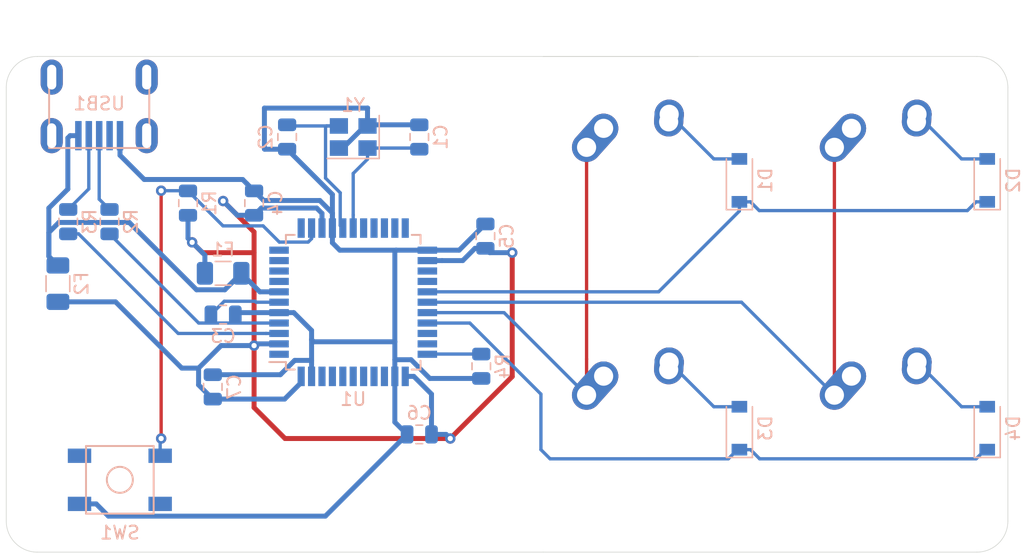
<source format=kicad_pcb>
(kicad_pcb (version 20171130) (host pcbnew "(5.1.4)-1")

  (general
    (thickness 1.6)
    (drawings 10)
    (tracks 200)
    (zones 0)
    (modules 25)
    (nets 45)
  )

  (page A4)
  (layers
    (0 F.Cu signal)
    (31 B.Cu signal)
    (32 B.Adhes user)
    (33 F.Adhes user)
    (34 B.Paste user)
    (35 F.Paste user)
    (36 B.SilkS user)
    (37 F.SilkS user)
    (38 B.Mask user)
    (39 F.Mask user)
    (40 Dwgs.User user)
    (41 Cmts.User user)
    (42 Eco1.User user)
    (43 Eco2.User user)
    (44 Edge.Cuts user)
    (45 Margin user)
    (46 B.CrtYd user)
    (47 F.CrtYd user)
    (48 B.Fab user)
    (49 F.Fab user)
  )

  (setup
    (last_trace_width 0.254)
    (trace_clearance 0.2)
    (zone_clearance 0.508)
    (zone_45_only no)
    (trace_min 0.2)
    (via_size 0.8)
    (via_drill 0.4)
    (via_min_size 0.4)
    (via_min_drill 0.3)
    (uvia_size 0.3)
    (uvia_drill 0.1)
    (uvias_allowed no)
    (uvia_min_size 0.2)
    (uvia_min_drill 0.1)
    (edge_width 0.05)
    (segment_width 0.2)
    (pcb_text_width 0.3)
    (pcb_text_size 1.5 1.5)
    (mod_edge_width 0.12)
    (mod_text_size 1 1)
    (mod_text_width 0.15)
    (pad_size 1.524 1.524)
    (pad_drill 0.762)
    (pad_to_mask_clearance 0.051)
    (solder_mask_min_width 0.25)
    (aux_axis_origin 0 0)
    (visible_elements FFFFFF7F)
    (pcbplotparams
      (layerselection 0x010fc_ffffffff)
      (usegerberextensions false)
      (usegerberattributes false)
      (usegerberadvancedattributes false)
      (creategerberjobfile false)
      (excludeedgelayer true)
      (linewidth 0.100000)
      (plotframeref false)
      (viasonmask false)
      (mode 1)
      (useauxorigin false)
      (hpglpennumber 1)
      (hpglpenspeed 20)
      (hpglpendiameter 15.000000)
      (psnegative false)
      (psa4output false)
      (plotreference true)
      (plotvalue true)
      (plotinvisibletext false)
      (padsonsilk false)
      (subtractmaskfromsilk false)
      (outputformat 1)
      (mirror false)
      (drillshape 1)
      (scaleselection 1)
      (outputdirectory ""))
  )

  (net 0 "")
  (net 1 GND)
  (net 2 "Net-(C1-Pad1)")
  (net 3 "Net-(C2-Pad1)")
  (net 4 "Net-(C3-Pad1)")
  (net 5 +5V)
  (net 6 "Net-(D1-Pad2)")
  (net 7 ROW0)
  (net 8 "Net-(D2-Pad2)")
  (net 9 "Net-(D3-Pad2)")
  (net 10 ROW1)
  (net 11 "Net-(D4-Pad2)")
  (net 12 VCC)
  (net 13 COL0)
  (net 14 COL1)
  (net 15 "Net-(R1-Pad2)")
  (net 16 D+)
  (net 17 "Net-(R2-Pad1)")
  (net 18 D-)
  (net 19 "Net-(R3-Pad1)")
  (net 20 "Net-(R4-Pad2)")
  (net 21 "Net-(U1-Pad42)")
  (net 22 "Net-(U1-Pad41)")
  (net 23 "Net-(U1-Pad40)")
  (net 24 "Net-(U1-Pad39)")
  (net 25 "Net-(U1-Pad38)")
  (net 26 "Net-(U1-Pad37)")
  (net 27 "Net-(U1-Pad36)")
  (net 28 "Net-(U1-Pad32)")
  (net 29 "Net-(U1-Pad31)")
  (net 30 "Net-(U1-Pad26)")
  (net 31 "Net-(U1-Pad25)")
  (net 32 "Net-(U1-Pad22)")
  (net 33 "Net-(U1-Pad21)")
  (net 34 "Net-(U1-Pad20)")
  (net 35 "Net-(U1-Pad19)")
  (net 36 "Net-(U1-Pad18)")
  (net 37 "Net-(U1-Pad12)")
  (net 38 "Net-(U1-Pad11)")
  (net 39 "Net-(U1-Pad10)")
  (net 40 "Net-(U1-Pad9)")
  (net 41 "Net-(U1-Pad8)")
  (net 42 "Net-(U1-Pad1)")
  (net 43 "Net-(USB1-Pad6)")
  (net 44 "Net-(USB1-Pad2)")

  (net_class Default "This is the default net class."
    (clearance 0.2)
    (trace_width 0.254)
    (via_dia 0.8)
    (via_drill 0.4)
    (uvia_dia 0.3)
    (uvia_drill 0.1)
    (add_net COL0)
    (add_net COL1)
    (add_net D+)
    (add_net D-)
    (add_net "Net-(C1-Pad1)")
    (add_net "Net-(C2-Pad1)")
    (add_net "Net-(C3-Pad1)")
    (add_net "Net-(D1-Pad2)")
    (add_net "Net-(D2-Pad2)")
    (add_net "Net-(D3-Pad2)")
    (add_net "Net-(D4-Pad2)")
    (add_net "Net-(R1-Pad2)")
    (add_net "Net-(R2-Pad1)")
    (add_net "Net-(R3-Pad1)")
    (add_net "Net-(R4-Pad2)")
    (add_net "Net-(U1-Pad1)")
    (add_net "Net-(U1-Pad10)")
    (add_net "Net-(U1-Pad11)")
    (add_net "Net-(U1-Pad12)")
    (add_net "Net-(U1-Pad18)")
    (add_net "Net-(U1-Pad19)")
    (add_net "Net-(U1-Pad20)")
    (add_net "Net-(U1-Pad21)")
    (add_net "Net-(U1-Pad22)")
    (add_net "Net-(U1-Pad25)")
    (add_net "Net-(U1-Pad26)")
    (add_net "Net-(U1-Pad31)")
    (add_net "Net-(U1-Pad32)")
    (add_net "Net-(U1-Pad36)")
    (add_net "Net-(U1-Pad37)")
    (add_net "Net-(U1-Pad38)")
    (add_net "Net-(U1-Pad39)")
    (add_net "Net-(U1-Pad40)")
    (add_net "Net-(U1-Pad41)")
    (add_net "Net-(U1-Pad42)")
    (add_net "Net-(U1-Pad8)")
    (add_net "Net-(U1-Pad9)")
    (add_net "Net-(USB1-Pad2)")
    (add_net "Net-(USB1-Pad6)")
    (add_net ROW0)
    (add_net ROW1)
  )

  (net_class Power ""
    (clearance 0.2)
    (trace_width 0.381)
    (via_dia 0.8)
    (via_drill 0.4)
    (uvia_dia 0.3)
    (uvia_drill 0.1)
    (add_net +5V)
    (add_net GND)
    (add_net VCC)
  )

  (module MX_Alps_Hybrid:MX-1U-NoLED (layer F.Cu) (tedit 5A9F5203) (tstamp 628A556B)
    (at 139.7 111.125)
    (path /628EDB21)
    (fp_text reference MX3 (at 0 3.175) (layer Dwgs.User)
      (effects (font (size 1 1) (thickness 0.15)))
    )
    (fp_text value MX-NoLED (at 0 -7.9375) (layer Dwgs.User)
      (effects (font (size 1 1) (thickness 0.15)))
    )
    (fp_line (start -9.525 9.525) (end -9.525 -9.525) (layer Dwgs.User) (width 0.15))
    (fp_line (start 9.525 9.525) (end -9.525 9.525) (layer Dwgs.User) (width 0.15))
    (fp_line (start 9.525 -9.525) (end 9.525 9.525) (layer Dwgs.User) (width 0.15))
    (fp_line (start -9.525 -9.525) (end 9.525 -9.525) (layer Dwgs.User) (width 0.15))
    (fp_line (start -7 -7) (end -7 -5) (layer Dwgs.User) (width 0.15))
    (fp_line (start -5 -7) (end -7 -7) (layer Dwgs.User) (width 0.15))
    (fp_line (start -7 7) (end -5 7) (layer Dwgs.User) (width 0.15))
    (fp_line (start -7 5) (end -7 7) (layer Dwgs.User) (width 0.15))
    (fp_line (start 7 7) (end 7 5) (layer Dwgs.User) (width 0.15))
    (fp_line (start 5 7) (end 7 7) (layer Dwgs.User) (width 0.15))
    (fp_line (start 7 -7) (end 7 -5) (layer Dwgs.User) (width 0.15))
    (fp_line (start 5 -7) (end 7 -7) (layer Dwgs.User) (width 0.15))
    (pad "" np_thru_hole circle (at 5.08 0 48.0996) (size 1.75 1.75) (drill 1.75) (layers *.Cu *.Mask))
    (pad "" np_thru_hole circle (at -5.08 0 48.0996) (size 1.75 1.75) (drill 1.75) (layers *.Cu *.Mask))
    (pad 1 thru_hole circle (at -2.5 -4) (size 2.25 2.25) (drill 1.47) (layers *.Cu B.Mask)
      (net 13 COL0))
    (pad "" np_thru_hole circle (at 0 0) (size 3.9878 3.9878) (drill 3.9878) (layers *.Cu *.Mask))
    (pad 1 thru_hole oval (at -3.81 -2.54 48.0996) (size 4.211556 2.25) (drill 1.47 (offset 0.980778 0)) (layers *.Cu B.Mask)
      (net 13 COL0))
    (pad 2 thru_hole circle (at 2.54 -5.08) (size 2.25 2.25) (drill 1.47) (layers *.Cu B.Mask)
      (net 9 "Net-(D3-Pad2)"))
    (pad 2 thru_hole oval (at 2.5 -4.5 86.0548) (size 2.831378 2.25) (drill 1.47 (offset 0.290689 0)) (layers *.Cu B.Mask)
      (net 9 "Net-(D3-Pad2)"))
  )

  (module Fuse:Fuse_1206_3216Metric (layer B.Cu) (tedit 5B301BBE) (tstamp 628A8185)
    (at 107.95 99.21875 180)
    (descr "Fuse SMD 1206 (3216 Metric), square (rectangular) end terminal, IPC_7351 nominal, (Body size source: http://www.tortai-tech.com/upload/download/2011102023233369053.pdf), generated with kicad-footprint-generator")
    (tags resistor)
    (path /628DEF8B)
    (attr smd)
    (fp_text reference F1 (at 0 1.82) (layer B.SilkS)
      (effects (font (size 1 1) (thickness 0.15)) (justify mirror))
    )
    (fp_text value 500mA (at 0 -1.82) (layer B.Fab)
      (effects (font (size 1 1) (thickness 0.15)) (justify mirror))
    )
    (fp_text user %R (at 0 0) (layer B.Fab)
      (effects (font (size 0.8 0.8) (thickness 0.12)) (justify mirror))
    )
    (fp_line (start 2.28 -1.12) (end -2.28 -1.12) (layer B.CrtYd) (width 0.05))
    (fp_line (start 2.28 1.12) (end 2.28 -1.12) (layer B.CrtYd) (width 0.05))
    (fp_line (start -2.28 1.12) (end 2.28 1.12) (layer B.CrtYd) (width 0.05))
    (fp_line (start -2.28 -1.12) (end -2.28 1.12) (layer B.CrtYd) (width 0.05))
    (fp_line (start -0.602064 -0.91) (end 0.602064 -0.91) (layer B.SilkS) (width 0.12))
    (fp_line (start -0.602064 0.91) (end 0.602064 0.91) (layer B.SilkS) (width 0.12))
    (fp_line (start 1.6 -0.8) (end -1.6 -0.8) (layer B.Fab) (width 0.1))
    (fp_line (start 1.6 0.8) (end 1.6 -0.8) (layer B.Fab) (width 0.1))
    (fp_line (start -1.6 0.8) (end 1.6 0.8) (layer B.Fab) (width 0.1))
    (fp_line (start -1.6 -0.8) (end -1.6 0.8) (layer B.Fab) (width 0.1))
    (pad 2 smd roundrect (at 1.4 0 180) (size 1.25 1.75) (layers B.Cu B.Paste B.Mask) (roundrect_rratio 0.2)
      (net 5 +5V))
    (pad 1 smd roundrect (at -1.4 0 180) (size 1.25 1.75) (layers B.Cu B.Paste B.Mask) (roundrect_rratio 0.2)
      (net 12 VCC))
    (model ${KISYS3DMOD}/Fuse.3dshapes/Fuse_1206_3216Metric.wrl
      (at (xyz 0 0 0))
      (scale (xyz 1 1 1))
      (rotate (xyz 0 0 0))
    )
  )

  (module Resistor_SMD:R_0805_2012Metric (layer B.Cu) (tedit 5B36C52B) (tstamp 628A55A4)
    (at 99.21875 95.25 90)
    (descr "Resistor SMD 0805 (2012 Metric), square (rectangular) end terminal, IPC_7351 nominal, (Body size source: https://docs.google.com/spreadsheets/d/1BsfQQcO9C6DZCsRaXUlFlo91Tg2WpOkGARC1WS5S8t0/edit?usp=sharing), generated with kicad-footprint-generator")
    (tags resistor)
    (path /628B2311)
    (attr smd)
    (fp_text reference R2 (at 0 1.65 90) (layer B.SilkS)
      (effects (font (size 1 1) (thickness 0.15)) (justify mirror))
    )
    (fp_text value 22 (at 0 -1.65 90) (layer B.Fab)
      (effects (font (size 1 1) (thickness 0.15)) (justify mirror))
    )
    (fp_text user %R (at 0 0 90) (layer B.Fab)
      (effects (font (size 0.5 0.5) (thickness 0.08)) (justify mirror))
    )
    (fp_line (start 1.68 -0.95) (end -1.68 -0.95) (layer B.CrtYd) (width 0.05))
    (fp_line (start 1.68 0.95) (end 1.68 -0.95) (layer B.CrtYd) (width 0.05))
    (fp_line (start -1.68 0.95) (end 1.68 0.95) (layer B.CrtYd) (width 0.05))
    (fp_line (start -1.68 -0.95) (end -1.68 0.95) (layer B.CrtYd) (width 0.05))
    (fp_line (start -0.258578 -0.71) (end 0.258578 -0.71) (layer B.SilkS) (width 0.12))
    (fp_line (start -0.258578 0.71) (end 0.258578 0.71) (layer B.SilkS) (width 0.12))
    (fp_line (start 1 -0.6) (end -1 -0.6) (layer B.Fab) (width 0.1))
    (fp_line (start 1 0.6) (end 1 -0.6) (layer B.Fab) (width 0.1))
    (fp_line (start -1 0.6) (end 1 0.6) (layer B.Fab) (width 0.1))
    (fp_line (start -1 -0.6) (end -1 0.6) (layer B.Fab) (width 0.1))
    (pad 2 smd roundrect (at 0.9375 0 90) (size 0.975 1.4) (layers B.Cu B.Paste B.Mask) (roundrect_rratio 0.25)
      (net 16 D+))
    (pad 1 smd roundrect (at -0.9375 0 90) (size 0.975 1.4) (layers B.Cu B.Paste B.Mask) (roundrect_rratio 0.25)
      (net 17 "Net-(R2-Pad1)"))
    (model ${KISYS3DMOD}/Resistor_SMD.3dshapes/R_0805_2012Metric.wrl
      (at (xyz 0 0 0))
      (scale (xyz 1 1 1))
      (rotate (xyz 0 0 0))
    )
  )

  (module Crystal:Crystal_SMD_3225-4Pin_3.2x2.5mm (layer B.Cu) (tedit 5A0FD1B2) (tstamp 628A65DC)
    (at 117.95125 88.74125 180)
    (descr "SMD Crystal SERIES SMD3225/4 http://www.txccrystal.com/images/pdf/7m-accuracy.pdf, 3.2x2.5mm^2 package")
    (tags "SMD SMT crystal")
    (path /628C636E)
    (attr smd)
    (fp_text reference Y1 (at 0 2.45) (layer B.SilkS)
      (effects (font (size 1 1) (thickness 0.15)) (justify mirror))
    )
    (fp_text value 16MHz (at 0 -2.45) (layer B.Fab)
      (effects (font (size 1 1) (thickness 0.15)) (justify mirror))
    )
    (fp_line (start 2.1 1.7) (end -2.1 1.7) (layer B.CrtYd) (width 0.05))
    (fp_line (start 2.1 -1.7) (end 2.1 1.7) (layer B.CrtYd) (width 0.05))
    (fp_line (start -2.1 -1.7) (end 2.1 -1.7) (layer B.CrtYd) (width 0.05))
    (fp_line (start -2.1 1.7) (end -2.1 -1.7) (layer B.CrtYd) (width 0.05))
    (fp_line (start -2 -1.65) (end 2 -1.65) (layer B.SilkS) (width 0.12))
    (fp_line (start -2 1.65) (end -2 -1.65) (layer B.SilkS) (width 0.12))
    (fp_line (start -1.6 -0.25) (end -0.6 -1.25) (layer B.Fab) (width 0.1))
    (fp_line (start 1.6 1.25) (end -1.6 1.25) (layer B.Fab) (width 0.1))
    (fp_line (start 1.6 -1.25) (end 1.6 1.25) (layer B.Fab) (width 0.1))
    (fp_line (start -1.6 -1.25) (end 1.6 -1.25) (layer B.Fab) (width 0.1))
    (fp_line (start -1.6 1.25) (end -1.6 -1.25) (layer B.Fab) (width 0.1))
    (fp_text user %R (at 0 0) (layer B.Fab)
      (effects (font (size 0.7 0.7) (thickness 0.105)) (justify mirror))
    )
    (pad 4 smd rect (at -1.1 0.85 180) (size 1.4 1.2) (layers B.Cu B.Paste B.Mask)
      (net 1 GND))
    (pad 3 smd rect (at 1.1 0.85 180) (size 1.4 1.2) (layers B.Cu B.Paste B.Mask)
      (net 3 "Net-(C2-Pad1)"))
    (pad 2 smd rect (at 1.1 -0.85 180) (size 1.4 1.2) (layers B.Cu B.Paste B.Mask)
      (net 1 GND))
    (pad 1 smd rect (at -1.1 -0.85 180) (size 1.4 1.2) (layers B.Cu B.Paste B.Mask)
      (net 2 "Net-(C1-Pad1)"))
    (model ${KISYS3DMOD}/Crystal.3dshapes/Crystal_SMD_3225-4Pin_3.2x2.5mm.wrl
      (at (xyz 0 0 0))
      (scale (xyz 1 1 1))
      (rotate (xyz 0 0 0))
    )
  )

  (module random-keyboard-parts:Molex-0548190589 (layer B.Cu) (tedit 5C494815) (tstamp 628A5647)
    (at 98.425 84.1375 270)
    (path /628DD740)
    (attr smd)
    (fp_text reference USB1 (at 2.032 0) (layer B.SilkS)
      (effects (font (size 1 1) (thickness 0.15)) (justify mirror))
    )
    (fp_text value Molex-0548190589 (at -5.08 0) (layer Dwgs.User)
      (effects (font (size 1 1) (thickness 0.15)))
    )
    (fp_text user %R (at 2 0) (layer B.CrtYd)
      (effects (font (size 1 1) (thickness 0.15)) (justify mirror))
    )
    (fp_line (start 3.25 1.25) (end 5.5 1.25) (layer B.CrtYd) (width 0.15))
    (fp_line (start 5.5 0.5) (end 3.25 0.5) (layer B.CrtYd) (width 0.15))
    (fp_line (start 3.25 -0.5) (end 5.5 -0.5) (layer B.CrtYd) (width 0.15))
    (fp_line (start 5.5 -1.25) (end 3.25 -1.25) (layer B.CrtYd) (width 0.15))
    (fp_line (start 3.25 -2) (end 5.5 -2) (layer B.CrtYd) (width 0.15))
    (fp_line (start 3.25 2) (end 3.25 -2) (layer B.CrtYd) (width 0.15))
    (fp_line (start 5.5 2) (end 3.25 2) (layer B.CrtYd) (width 0.15))
    (fp_line (start -3.75 -3.75) (end -3.75 3.75) (layer B.CrtYd) (width 0.15))
    (fp_line (start 5.5 -3.75) (end -3.75 -3.75) (layer B.CrtYd) (width 0.15))
    (fp_line (start 5.5 3.75) (end 5.5 -3.75) (layer B.CrtYd) (width 0.15))
    (fp_line (start -3.75 3.75) (end 5.5 3.75) (layer B.CrtYd) (width 0.15))
    (fp_line (start 0 3.85) (end 5.45 3.85) (layer B.SilkS) (width 0.15))
    (fp_line (start 0 -3.85) (end 5.45 -3.85) (layer B.SilkS) (width 0.15))
    (fp_line (start 5.45 3.85) (end 5.45 -3.85) (layer B.SilkS) (width 0.15))
    (fp_line (start -3.75 3.85) (end 0 3.85) (layer Dwgs.User) (width 0.15))
    (fp_line (start -3.75 -3.85) (end 0 -3.85) (layer Dwgs.User) (width 0.15))
    (fp_line (start -1.75 4.572) (end -1.75 -4.572) (layer Dwgs.User) (width 0.15))
    (fp_line (start -3.75 3.85) (end -3.75 -3.85) (layer Dwgs.User) (width 0.15))
    (pad 6 thru_hole oval (at 0 3.65 270) (size 2.7 1.7) (drill oval 1.9 0.7) (layers *.Cu *.Mask)
      (net 43 "Net-(USB1-Pad6)"))
    (pad 6 thru_hole oval (at 0 -3.65 270) (size 2.7 1.7) (drill oval 1.9 0.7) (layers *.Cu *.Mask)
      (net 43 "Net-(USB1-Pad6)"))
    (pad 6 thru_hole oval (at 4.5 -3.65 270) (size 2.7 1.7) (drill oval 1.9 0.7) (layers *.Cu *.Mask)
      (net 43 "Net-(USB1-Pad6)"))
    (pad 6 thru_hole oval (at 4.5 3.65 270) (size 2.7 1.7) (drill oval 1.9 0.7) (layers *.Cu *.Mask)
      (net 43 "Net-(USB1-Pad6)"))
    (pad 5 smd rect (at 4.5 1.6 270) (size 2.25 0.5) (layers B.Cu B.Paste B.Mask)
      (net 12 VCC))
    (pad 4 smd rect (at 4.5 0.8 270) (size 2.25 0.5) (layers B.Cu B.Paste B.Mask)
      (net 18 D-))
    (pad 3 smd rect (at 4.5 0 270) (size 2.25 0.5) (layers B.Cu B.Paste B.Mask)
      (net 16 D+))
    (pad 2 smd rect (at 4.5 -0.8 270) (size 2.25 0.5) (layers B.Cu B.Paste B.Mask)
      (net 44 "Net-(USB1-Pad2)"))
    (pad 1 smd rect (at 4.5 -1.6 270) (size 2.25 0.5) (layers B.Cu B.Paste B.Mask)
      (net 1 GND))
  )

  (module Package_QFP:TQFP-44_10x10mm_P0.8mm (layer B.Cu) (tedit 5A02F146) (tstamp 628A682C)
    (at 117.95125 101.44125)
    (descr "44-Lead Plastic Thin Quad Flatpack (PT) - 10x10x1.0 mm Body [TQFP] (see Microchip Packaging Specification 00000049BS.pdf)")
    (tags "QFP 0.8")
    (path /6289FD9D)
    (attr smd)
    (fp_text reference U1 (at 0 7.45) (layer B.SilkS)
      (effects (font (size 1 1) (thickness 0.15)) (justify mirror))
    )
    (fp_text value ATmega32U4-AU (at 0 -7.45) (layer B.Fab)
      (effects (font (size 1 1) (thickness 0.15)) (justify mirror))
    )
    (fp_line (start -5.175 4.6) (end -6.45 4.6) (layer B.SilkS) (width 0.15))
    (fp_line (start 5.175 5.175) (end 4.5 5.175) (layer B.SilkS) (width 0.15))
    (fp_line (start 5.175 -5.175) (end 4.5 -5.175) (layer B.SilkS) (width 0.15))
    (fp_line (start -5.175 -5.175) (end -4.5 -5.175) (layer B.SilkS) (width 0.15))
    (fp_line (start -5.175 5.175) (end -4.5 5.175) (layer B.SilkS) (width 0.15))
    (fp_line (start -5.175 -5.175) (end -5.175 -4.5) (layer B.SilkS) (width 0.15))
    (fp_line (start 5.175 -5.175) (end 5.175 -4.5) (layer B.SilkS) (width 0.15))
    (fp_line (start 5.175 5.175) (end 5.175 4.5) (layer B.SilkS) (width 0.15))
    (fp_line (start -5.175 5.175) (end -5.175 4.6) (layer B.SilkS) (width 0.15))
    (fp_line (start -6.7 -6.7) (end 6.7 -6.7) (layer B.CrtYd) (width 0.05))
    (fp_line (start -6.7 6.7) (end 6.7 6.7) (layer B.CrtYd) (width 0.05))
    (fp_line (start 6.7 6.7) (end 6.7 -6.7) (layer B.CrtYd) (width 0.05))
    (fp_line (start -6.7 6.7) (end -6.7 -6.7) (layer B.CrtYd) (width 0.05))
    (fp_line (start -5 4) (end -4 5) (layer B.Fab) (width 0.15))
    (fp_line (start -5 -5) (end -5 4) (layer B.Fab) (width 0.15))
    (fp_line (start 5 -5) (end -5 -5) (layer B.Fab) (width 0.15))
    (fp_line (start 5 5) (end 5 -5) (layer B.Fab) (width 0.15))
    (fp_line (start -4 5) (end 5 5) (layer B.Fab) (width 0.15))
    (fp_text user %R (at 0 0) (layer B.Fab)
      (effects (font (size 1 1) (thickness 0.15)) (justify mirror))
    )
    (pad 44 smd rect (at -4 5.7 270) (size 1.5 0.55) (layers B.Cu B.Paste B.Mask)
      (net 5 +5V))
    (pad 43 smd rect (at -3.2 5.7 270) (size 1.5 0.55) (layers B.Cu B.Paste B.Mask)
      (net 1 GND))
    (pad 42 smd rect (at -2.4 5.7 270) (size 1.5 0.55) (layers B.Cu B.Paste B.Mask)
      (net 21 "Net-(U1-Pad42)"))
    (pad 41 smd rect (at -1.6 5.7 270) (size 1.5 0.55) (layers B.Cu B.Paste B.Mask)
      (net 22 "Net-(U1-Pad41)"))
    (pad 40 smd rect (at -0.8 5.7 270) (size 1.5 0.55) (layers B.Cu B.Paste B.Mask)
      (net 23 "Net-(U1-Pad40)"))
    (pad 39 smd rect (at 0 5.7 270) (size 1.5 0.55) (layers B.Cu B.Paste B.Mask)
      (net 24 "Net-(U1-Pad39)"))
    (pad 38 smd rect (at 0.8 5.7 270) (size 1.5 0.55) (layers B.Cu B.Paste B.Mask)
      (net 25 "Net-(U1-Pad38)"))
    (pad 37 smd rect (at 1.6 5.7 270) (size 1.5 0.55) (layers B.Cu B.Paste B.Mask)
      (net 26 "Net-(U1-Pad37)"))
    (pad 36 smd rect (at 2.4 5.7 270) (size 1.5 0.55) (layers B.Cu B.Paste B.Mask)
      (net 27 "Net-(U1-Pad36)"))
    (pad 35 smd rect (at 3.2 5.7 270) (size 1.5 0.55) (layers B.Cu B.Paste B.Mask)
      (net 1 GND))
    (pad 34 smd rect (at 4 5.7 270) (size 1.5 0.55) (layers B.Cu B.Paste B.Mask)
      (net 5 +5V))
    (pad 33 smd rect (at 5.7 4) (size 1.5 0.55) (layers B.Cu B.Paste B.Mask)
      (net 20 "Net-(R4-Pad2)"))
    (pad 32 smd rect (at 5.7 3.2) (size 1.5 0.55) (layers B.Cu B.Paste B.Mask)
      (net 28 "Net-(U1-Pad32)"))
    (pad 31 smd rect (at 5.7 2.4) (size 1.5 0.55) (layers B.Cu B.Paste B.Mask)
      (net 29 "Net-(U1-Pad31)"))
    (pad 30 smd rect (at 5.7 1.6) (size 1.5 0.55) (layers B.Cu B.Paste B.Mask)
      (net 10 ROW1))
    (pad 29 smd rect (at 5.7 0.8) (size 1.5 0.55) (layers B.Cu B.Paste B.Mask)
      (net 13 COL0))
    (pad 28 smd rect (at 5.7 0) (size 1.5 0.55) (layers B.Cu B.Paste B.Mask)
      (net 14 COL1))
    (pad 27 smd rect (at 5.7 -0.8) (size 1.5 0.55) (layers B.Cu B.Paste B.Mask)
      (net 7 ROW0))
    (pad 26 smd rect (at 5.7 -1.6) (size 1.5 0.55) (layers B.Cu B.Paste B.Mask)
      (net 30 "Net-(U1-Pad26)"))
    (pad 25 smd rect (at 5.7 -2.4) (size 1.5 0.55) (layers B.Cu B.Paste B.Mask)
      (net 31 "Net-(U1-Pad25)"))
    (pad 24 smd rect (at 5.7 -3.2) (size 1.5 0.55) (layers B.Cu B.Paste B.Mask)
      (net 5 +5V))
    (pad 23 smd rect (at 5.7 -4) (size 1.5 0.55) (layers B.Cu B.Paste B.Mask)
      (net 1 GND))
    (pad 22 smd rect (at 4 -5.7 270) (size 1.5 0.55) (layers B.Cu B.Paste B.Mask)
      (net 32 "Net-(U1-Pad22)"))
    (pad 21 smd rect (at 3.2 -5.7 270) (size 1.5 0.55) (layers B.Cu B.Paste B.Mask)
      (net 33 "Net-(U1-Pad21)"))
    (pad 20 smd rect (at 2.4 -5.7 270) (size 1.5 0.55) (layers B.Cu B.Paste B.Mask)
      (net 34 "Net-(U1-Pad20)"))
    (pad 19 smd rect (at 1.6 -5.7 270) (size 1.5 0.55) (layers B.Cu B.Paste B.Mask)
      (net 35 "Net-(U1-Pad19)"))
    (pad 18 smd rect (at 0.8 -5.7 270) (size 1.5 0.55) (layers B.Cu B.Paste B.Mask)
      (net 36 "Net-(U1-Pad18)"))
    (pad 17 smd rect (at 0 -5.7 270) (size 1.5 0.55) (layers B.Cu B.Paste B.Mask)
      (net 2 "Net-(C1-Pad1)"))
    (pad 16 smd rect (at -0.8 -5.7 270) (size 1.5 0.55) (layers B.Cu B.Paste B.Mask)
      (net 3 "Net-(C2-Pad1)"))
    (pad 15 smd rect (at -1.6 -5.7 270) (size 1.5 0.55) (layers B.Cu B.Paste B.Mask)
      (net 1 GND))
    (pad 14 smd rect (at -2.4 -5.7 270) (size 1.5 0.55) (layers B.Cu B.Paste B.Mask)
      (net 5 +5V))
    (pad 13 smd rect (at -3.2 -5.7 270) (size 1.5 0.55) (layers B.Cu B.Paste B.Mask)
      (net 15 "Net-(R1-Pad2)"))
    (pad 12 smd rect (at -4 -5.7 270) (size 1.5 0.55) (layers B.Cu B.Paste B.Mask)
      (net 37 "Net-(U1-Pad12)"))
    (pad 11 smd rect (at -5.7 -4) (size 1.5 0.55) (layers B.Cu B.Paste B.Mask)
      (net 38 "Net-(U1-Pad11)"))
    (pad 10 smd rect (at -5.7 -3.2) (size 1.5 0.55) (layers B.Cu B.Paste B.Mask)
      (net 39 "Net-(U1-Pad10)"))
    (pad 9 smd rect (at -5.7 -2.4) (size 1.5 0.55) (layers B.Cu B.Paste B.Mask)
      (net 40 "Net-(U1-Pad9)"))
    (pad 8 smd rect (at -5.7 -1.6) (size 1.5 0.55) (layers B.Cu B.Paste B.Mask)
      (net 41 "Net-(U1-Pad8)"))
    (pad 7 smd rect (at -5.7 -0.8) (size 1.5 0.55) (layers B.Cu B.Paste B.Mask)
      (net 12 VCC))
    (pad 6 smd rect (at -5.7 0) (size 1.5 0.55) (layers B.Cu B.Paste B.Mask)
      (net 4 "Net-(C3-Pad1)"))
    (pad 5 smd rect (at -5.7 0.8) (size 1.5 0.55) (layers B.Cu B.Paste B.Mask)
      (net 1 GND))
    (pad 4 smd rect (at -5.7 1.6) (size 1.5 0.55) (layers B.Cu B.Paste B.Mask)
      (net 17 "Net-(R2-Pad1)"))
    (pad 3 smd rect (at -5.7 2.4) (size 1.5 0.55) (layers B.Cu B.Paste B.Mask)
      (net 19 "Net-(R3-Pad1)"))
    (pad 2 smd rect (at -5.7 3.2) (size 1.5 0.55) (layers B.Cu B.Paste B.Mask)
      (net 5 +5V))
    (pad 1 smd rect (at -5.7 4) (size 1.5 0.55) (layers B.Cu B.Paste B.Mask)
      (net 42 "Net-(U1-Pad1)"))
    (model ${KISYS3DMOD}/Package_QFP.3dshapes/TQFP-44_10x10mm_P0.8mm.wrl
      (at (xyz 0 0 0))
      (scale (xyz 1 1 1))
      (rotate (xyz 0 0 0))
    )
  )

  (module random-keyboard-parts:SKQG-1155865 (layer B.Cu) (tedit 5E62B398) (tstamp 628A55E4)
    (at 100.0125 115.09375 180)
    (path /628D1B83)
    (attr smd)
    (fp_text reference SW1 (at 0 -4.064) (layer B.SilkS)
      (effects (font (size 1 1) (thickness 0.15)) (justify mirror))
    )
    (fp_text value SW_Push (at 0 4.064) (layer B.Fab)
      (effects (font (size 1 1) (thickness 0.15)) (justify mirror))
    )
    (fp_line (start -2.6 2.6) (end 2.6 2.6) (layer B.SilkS) (width 0.15))
    (fp_line (start 2.6 2.6) (end 2.6 -2.6) (layer B.SilkS) (width 0.15))
    (fp_line (start 2.6 -2.6) (end -2.6 -2.6) (layer B.SilkS) (width 0.15))
    (fp_line (start -2.6 -2.6) (end -2.6 2.6) (layer B.SilkS) (width 0.15))
    (fp_circle (center 0 0) (end 1 0) (layer B.SilkS) (width 0.15))
    (fp_line (start -4.2 2.6) (end 4.2 2.6) (layer B.Fab) (width 0.15))
    (fp_line (start 4.2 2.6) (end 4.2 1.2) (layer B.Fab) (width 0.15))
    (fp_line (start 4.2 1.1) (end 2.6 1.1) (layer B.Fab) (width 0.15))
    (fp_line (start 2.6 1.1) (end 2.6 -1.1) (layer B.Fab) (width 0.15))
    (fp_line (start 2.6 -1.1) (end 4.2 -1.1) (layer B.Fab) (width 0.15))
    (fp_line (start 4.2 -1.1) (end 4.2 -2.6) (layer B.Fab) (width 0.15))
    (fp_line (start 4.2 -2.6) (end -4.2 -2.6) (layer B.Fab) (width 0.15))
    (fp_line (start -4.2 -2.6) (end -4.2 -1.1) (layer B.Fab) (width 0.15))
    (fp_line (start -4.2 -1.1) (end -2.6 -1.1) (layer B.Fab) (width 0.15))
    (fp_line (start -2.6 -1.1) (end -2.6 1.1) (layer B.Fab) (width 0.15))
    (fp_line (start -2.6 1.1) (end -4.2 1.1) (layer B.Fab) (width 0.15))
    (fp_line (start -4.2 1.1) (end -4.2 2.6) (layer B.Fab) (width 0.15))
    (fp_circle (center 0 0) (end 1 0) (layer B.Fab) (width 0.15))
    (fp_line (start -2.6 1.1) (end -1.1 2.6) (layer B.Fab) (width 0.15))
    (fp_line (start 2.6 1.1) (end 1.1 2.6) (layer B.Fab) (width 0.15))
    (fp_line (start 2.6 -1.1) (end 1.1 -2.6) (layer B.Fab) (width 0.15))
    (fp_line (start -2.6 -1.1) (end -1.1 -2.6) (layer B.Fab) (width 0.15))
    (pad 4 smd rect (at -3.1 -1.85 180) (size 1.8 1.1) (layers B.Cu B.Paste B.Mask))
    (pad 3 smd rect (at 3.1 1.85 180) (size 1.8 1.1) (layers B.Cu B.Paste B.Mask))
    (pad 2 smd rect (at -3.1 1.85 180) (size 1.8 1.1) (layers B.Cu B.Paste B.Mask)
      (net 15 "Net-(R1-Pad2)"))
    (pad 1 smd rect (at 3.1 -1.85 180) (size 1.8 1.1) (layers B.Cu B.Paste B.Mask)
      (net 1 GND))
    (model ${KISYS3DMOD}/Button_Switch_SMD.3dshapes/SW_SPST_TL3342.step
      (at (xyz 0 0 0))
      (scale (xyz 1 1 1))
      (rotate (xyz 0 0 0))
    )
  )

  (module Resistor_SMD:R_0805_2012Metric (layer B.Cu) (tedit 5B36C52B) (tstamp 628A6E4C)
    (at 127.79375 106.3625 90)
    (descr "Resistor SMD 0805 (2012 Metric), square (rectangular) end terminal, IPC_7351 nominal, (Body size source: https://docs.google.com/spreadsheets/d/1BsfQQcO9C6DZCsRaXUlFlo91Tg2WpOkGARC1WS5S8t0/edit?usp=sharing), generated with kicad-footprint-generator")
    (tags resistor)
    (path /628AF42A)
    (attr smd)
    (fp_text reference R4 (at 0 1.65 270) (layer B.SilkS)
      (effects (font (size 1 1) (thickness 0.15)) (justify mirror))
    )
    (fp_text value 10k (at 0 -1.65 270) (layer B.Fab)
      (effects (font (size 1 1) (thickness 0.15)) (justify mirror))
    )
    (fp_text user %R (at 0 0 270) (layer B.Fab)
      (effects (font (size 0.5 0.5) (thickness 0.08)) (justify mirror))
    )
    (fp_line (start 1.68 -0.95) (end -1.68 -0.95) (layer B.CrtYd) (width 0.05))
    (fp_line (start 1.68 0.95) (end 1.68 -0.95) (layer B.CrtYd) (width 0.05))
    (fp_line (start -1.68 0.95) (end 1.68 0.95) (layer B.CrtYd) (width 0.05))
    (fp_line (start -1.68 -0.95) (end -1.68 0.95) (layer B.CrtYd) (width 0.05))
    (fp_line (start -0.258578 -0.71) (end 0.258578 -0.71) (layer B.SilkS) (width 0.12))
    (fp_line (start -0.258578 0.71) (end 0.258578 0.71) (layer B.SilkS) (width 0.12))
    (fp_line (start 1 -0.6) (end -1 -0.6) (layer B.Fab) (width 0.1))
    (fp_line (start 1 0.6) (end 1 -0.6) (layer B.Fab) (width 0.1))
    (fp_line (start -1 0.6) (end 1 0.6) (layer B.Fab) (width 0.1))
    (fp_line (start -1 -0.6) (end -1 0.6) (layer B.Fab) (width 0.1))
    (pad 2 smd roundrect (at 0.9375 0 90) (size 0.975 1.4) (layers B.Cu B.Paste B.Mask) (roundrect_rratio 0.25)
      (net 20 "Net-(R4-Pad2)"))
    (pad 1 smd roundrect (at -0.9375 0 90) (size 0.975 1.4) (layers B.Cu B.Paste B.Mask) (roundrect_rratio 0.25)
      (net 1 GND))
    (model ${KISYS3DMOD}/Resistor_SMD.3dshapes/R_0805_2012Metric.wrl
      (at (xyz 0 0 0))
      (scale (xyz 1 1 1))
      (rotate (xyz 0 0 0))
    )
  )

  (module Resistor_SMD:R_0805_2012Metric (layer B.Cu) (tedit 5B36C52B) (tstamp 628A6780)
    (at 96.04375 95.25 90)
    (descr "Resistor SMD 0805 (2012 Metric), square (rectangular) end terminal, IPC_7351 nominal, (Body size source: https://docs.google.com/spreadsheets/d/1BsfQQcO9C6DZCsRaXUlFlo91Tg2WpOkGARC1WS5S8t0/edit?usp=sharing), generated with kicad-footprint-generator")
    (tags resistor)
    (path /628B3105)
    (attr smd)
    (fp_text reference R3 (at 0 1.65 270) (layer B.SilkS)
      (effects (font (size 1 1) (thickness 0.15)) (justify mirror))
    )
    (fp_text value 22 (at 0 -1.65 270) (layer B.Fab)
      (effects (font (size 1 1) (thickness 0.15)) (justify mirror))
    )
    (fp_text user %R (at 0 0 270) (layer B.Fab)
      (effects (font (size 0.5 0.5) (thickness 0.08)) (justify mirror))
    )
    (fp_line (start 1.68 -0.95) (end -1.68 -0.95) (layer B.CrtYd) (width 0.05))
    (fp_line (start 1.68 0.95) (end 1.68 -0.95) (layer B.CrtYd) (width 0.05))
    (fp_line (start -1.68 0.95) (end 1.68 0.95) (layer B.CrtYd) (width 0.05))
    (fp_line (start -1.68 -0.95) (end -1.68 0.95) (layer B.CrtYd) (width 0.05))
    (fp_line (start -0.258578 -0.71) (end 0.258578 -0.71) (layer B.SilkS) (width 0.12))
    (fp_line (start -0.258578 0.71) (end 0.258578 0.71) (layer B.SilkS) (width 0.12))
    (fp_line (start 1 -0.6) (end -1 -0.6) (layer B.Fab) (width 0.1))
    (fp_line (start 1 0.6) (end 1 -0.6) (layer B.Fab) (width 0.1))
    (fp_line (start -1 0.6) (end 1 0.6) (layer B.Fab) (width 0.1))
    (fp_line (start -1 -0.6) (end -1 0.6) (layer B.Fab) (width 0.1))
    (pad 2 smd roundrect (at 0.9375 0 90) (size 0.975 1.4) (layers B.Cu B.Paste B.Mask) (roundrect_rratio 0.25)
      (net 18 D-))
    (pad 1 smd roundrect (at -0.9375 0 90) (size 0.975 1.4) (layers B.Cu B.Paste B.Mask) (roundrect_rratio 0.25)
      (net 19 "Net-(R3-Pad1)"))
    (model ${KISYS3DMOD}/Resistor_SMD.3dshapes/R_0805_2012Metric.wrl
      (at (xyz 0 0 0))
      (scale (xyz 1 1 1))
      (rotate (xyz 0 0 0))
    )
  )

  (module Resistor_SMD:R_0805_2012Metric (layer B.Cu) (tedit 5B36C52B) (tstamp 628A5593)
    (at 105.25125 93.82125 90)
    (descr "Resistor SMD 0805 (2012 Metric), square (rectangular) end terminal, IPC_7351 nominal, (Body size source: https://docs.google.com/spreadsheets/d/1BsfQQcO9C6DZCsRaXUlFlo91Tg2WpOkGARC1WS5S8t0/edit?usp=sharing), generated with kicad-footprint-generator")
    (tags resistor)
    (path /628D42E0)
    (attr smd)
    (fp_text reference R1 (at 0 1.65 270) (layer B.SilkS)
      (effects (font (size 1 1) (thickness 0.15)) (justify mirror))
    )
    (fp_text value 10k (at 0 -1.65 270) (layer B.Fab)
      (effects (font (size 1 1) (thickness 0.15)) (justify mirror))
    )
    (fp_text user %R (at 0 0 270) (layer B.Fab)
      (effects (font (size 0.5 0.5) (thickness 0.08)) (justify mirror))
    )
    (fp_line (start 1.68 -0.95) (end -1.68 -0.95) (layer B.CrtYd) (width 0.05))
    (fp_line (start 1.68 0.95) (end 1.68 -0.95) (layer B.CrtYd) (width 0.05))
    (fp_line (start -1.68 0.95) (end 1.68 0.95) (layer B.CrtYd) (width 0.05))
    (fp_line (start -1.68 -0.95) (end -1.68 0.95) (layer B.CrtYd) (width 0.05))
    (fp_line (start -0.258578 -0.71) (end 0.258578 -0.71) (layer B.SilkS) (width 0.12))
    (fp_line (start -0.258578 0.71) (end 0.258578 0.71) (layer B.SilkS) (width 0.12))
    (fp_line (start 1 -0.6) (end -1 -0.6) (layer B.Fab) (width 0.1))
    (fp_line (start 1 0.6) (end 1 -0.6) (layer B.Fab) (width 0.1))
    (fp_line (start -1 0.6) (end 1 0.6) (layer B.Fab) (width 0.1))
    (fp_line (start -1 -0.6) (end -1 0.6) (layer B.Fab) (width 0.1))
    (pad 2 smd roundrect (at 0.9375 0 90) (size 0.975 1.4) (layers B.Cu B.Paste B.Mask) (roundrect_rratio 0.25)
      (net 15 "Net-(R1-Pad2)"))
    (pad 1 smd roundrect (at -0.9375 0 90) (size 0.975 1.4) (layers B.Cu B.Paste B.Mask) (roundrect_rratio 0.25)
      (net 5 +5V))
    (model ${KISYS3DMOD}/Resistor_SMD.3dshapes/R_0805_2012Metric.wrl
      (at (xyz 0 0 0))
      (scale (xyz 1 1 1))
      (rotate (xyz 0 0 0))
    )
  )

  (module MX_Alps_Hybrid:MX-1U-NoLED (layer F.Cu) (tedit 5A9F5203) (tstamp 628A5582)
    (at 158.75 111.125)
    (path /628F2DAF)
    (fp_text reference MX4 (at 0 3.175) (layer Dwgs.User)
      (effects (font (size 1 1) (thickness 0.15)))
    )
    (fp_text value MX-NoLED (at 0 -7.9375) (layer Dwgs.User)
      (effects (font (size 1 1) (thickness 0.15)))
    )
    (fp_line (start -9.525 9.525) (end -9.525 -9.525) (layer Dwgs.User) (width 0.15))
    (fp_line (start 9.525 9.525) (end -9.525 9.525) (layer Dwgs.User) (width 0.15))
    (fp_line (start 9.525 -9.525) (end 9.525 9.525) (layer Dwgs.User) (width 0.15))
    (fp_line (start -9.525 -9.525) (end 9.525 -9.525) (layer Dwgs.User) (width 0.15))
    (fp_line (start -7 -7) (end -7 -5) (layer Dwgs.User) (width 0.15))
    (fp_line (start -5 -7) (end -7 -7) (layer Dwgs.User) (width 0.15))
    (fp_line (start -7 7) (end -5 7) (layer Dwgs.User) (width 0.15))
    (fp_line (start -7 5) (end -7 7) (layer Dwgs.User) (width 0.15))
    (fp_line (start 7 7) (end 7 5) (layer Dwgs.User) (width 0.15))
    (fp_line (start 5 7) (end 7 7) (layer Dwgs.User) (width 0.15))
    (fp_line (start 7 -7) (end 7 -5) (layer Dwgs.User) (width 0.15))
    (fp_line (start 5 -7) (end 7 -7) (layer Dwgs.User) (width 0.15))
    (pad "" np_thru_hole circle (at 5.08 0 48.0996) (size 1.75 1.75) (drill 1.75) (layers *.Cu *.Mask))
    (pad "" np_thru_hole circle (at -5.08 0 48.0996) (size 1.75 1.75) (drill 1.75) (layers *.Cu *.Mask))
    (pad 1 thru_hole circle (at -2.5 -4) (size 2.25 2.25) (drill 1.47) (layers *.Cu B.Mask)
      (net 14 COL1))
    (pad "" np_thru_hole circle (at 0 0) (size 3.9878 3.9878) (drill 3.9878) (layers *.Cu *.Mask))
    (pad 1 thru_hole oval (at -3.81 -2.54 48.0996) (size 4.211556 2.25) (drill 1.47 (offset 0.980778 0)) (layers *.Cu B.Mask)
      (net 14 COL1))
    (pad 2 thru_hole circle (at 2.54 -5.08) (size 2.25 2.25) (drill 1.47) (layers *.Cu B.Mask)
      (net 11 "Net-(D4-Pad2)"))
    (pad 2 thru_hole oval (at 2.5 -4.5 86.0548) (size 2.831378 2.25) (drill 1.47 (offset 0.290689 0)) (layers *.Cu B.Mask)
      (net 11 "Net-(D4-Pad2)"))
  )

  (module MX_Alps_Hybrid:MX-1U-NoLED (layer F.Cu) (tedit 5A9F5203) (tstamp 628A5554)
    (at 158.75 92.075)
    (path /628F799C)
    (fp_text reference MX2 (at 0 3.175) (layer Dwgs.User)
      (effects (font (size 1 1) (thickness 0.15)))
    )
    (fp_text value MX-NoLED (at 0 -7.9375) (layer Dwgs.User)
      (effects (font (size 1 1) (thickness 0.15)))
    )
    (fp_line (start -9.525 9.525) (end -9.525 -9.525) (layer Dwgs.User) (width 0.15))
    (fp_line (start 9.525 9.525) (end -9.525 9.525) (layer Dwgs.User) (width 0.15))
    (fp_line (start 9.525 -9.525) (end 9.525 9.525) (layer Dwgs.User) (width 0.15))
    (fp_line (start -9.525 -9.525) (end 9.525 -9.525) (layer Dwgs.User) (width 0.15))
    (fp_line (start -7 -7) (end -7 -5) (layer Dwgs.User) (width 0.15))
    (fp_line (start -5 -7) (end -7 -7) (layer Dwgs.User) (width 0.15))
    (fp_line (start -7 7) (end -5 7) (layer Dwgs.User) (width 0.15))
    (fp_line (start -7 5) (end -7 7) (layer Dwgs.User) (width 0.15))
    (fp_line (start 7 7) (end 7 5) (layer Dwgs.User) (width 0.15))
    (fp_line (start 5 7) (end 7 7) (layer Dwgs.User) (width 0.15))
    (fp_line (start 7 -7) (end 7 -5) (layer Dwgs.User) (width 0.15))
    (fp_line (start 5 -7) (end 7 -7) (layer Dwgs.User) (width 0.15))
    (pad "" np_thru_hole circle (at 5.08 0 48.0996) (size 1.75 1.75) (drill 1.75) (layers *.Cu *.Mask))
    (pad "" np_thru_hole circle (at -5.08 0 48.0996) (size 1.75 1.75) (drill 1.75) (layers *.Cu *.Mask))
    (pad 1 thru_hole circle (at -2.5 -4) (size 2.25 2.25) (drill 1.47) (layers *.Cu B.Mask)
      (net 14 COL1))
    (pad "" np_thru_hole circle (at 0 0) (size 3.9878 3.9878) (drill 3.9878) (layers *.Cu *.Mask))
    (pad 1 thru_hole oval (at -3.81 -2.54 48.0996) (size 4.211556 2.25) (drill 1.47 (offset 0.980778 0)) (layers *.Cu B.Mask)
      (net 14 COL1))
    (pad 2 thru_hole circle (at 2.54 -5.08) (size 2.25 2.25) (drill 1.47) (layers *.Cu B.Mask)
      (net 8 "Net-(D2-Pad2)"))
    (pad 2 thru_hole oval (at 2.5 -4.5 86.0548) (size 2.831378 2.25) (drill 1.47 (offset 0.290689 0)) (layers *.Cu B.Mask)
      (net 8 "Net-(D2-Pad2)"))
  )

  (module MX_Alps_Hybrid:MX-1U-NoLED (layer F.Cu) (tedit 5A9F5203) (tstamp 628A553D)
    (at 139.7 92.075)
    (path /628F673C)
    (fp_text reference MX1 (at 0 3.175) (layer Dwgs.User)
      (effects (font (size 1 1) (thickness 0.15)))
    )
    (fp_text value MX-NoLED (at 0 -7.9375) (layer Dwgs.User)
      (effects (font (size 1 1) (thickness 0.15)))
    )
    (fp_line (start -9.525 9.525) (end -9.525 -9.525) (layer Dwgs.User) (width 0.15))
    (fp_line (start 9.525 9.525) (end -9.525 9.525) (layer Dwgs.User) (width 0.15))
    (fp_line (start 9.525 -9.525) (end 9.525 9.525) (layer Dwgs.User) (width 0.15))
    (fp_line (start -9.525 -9.525) (end 9.525 -9.525) (layer Dwgs.User) (width 0.15))
    (fp_line (start -7 -7) (end -7 -5) (layer Dwgs.User) (width 0.15))
    (fp_line (start -5 -7) (end -7 -7) (layer Dwgs.User) (width 0.15))
    (fp_line (start -7 7) (end -5 7) (layer Dwgs.User) (width 0.15))
    (fp_line (start -7 5) (end -7 7) (layer Dwgs.User) (width 0.15))
    (fp_line (start 7 7) (end 7 5) (layer Dwgs.User) (width 0.15))
    (fp_line (start 5 7) (end 7 7) (layer Dwgs.User) (width 0.15))
    (fp_line (start 7 -7) (end 7 -5) (layer Dwgs.User) (width 0.15))
    (fp_line (start 5 -7) (end 7 -7) (layer Dwgs.User) (width 0.15))
    (pad "" np_thru_hole circle (at 5.08 0 48.0996) (size 1.75 1.75) (drill 1.75) (layers *.Cu *.Mask))
    (pad "" np_thru_hole circle (at -5.08 0 48.0996) (size 1.75 1.75) (drill 1.75) (layers *.Cu *.Mask))
    (pad 1 thru_hole circle (at -2.5 -4) (size 2.25 2.25) (drill 1.47) (layers *.Cu B.Mask)
      (net 13 COL0))
    (pad "" np_thru_hole circle (at 0 0) (size 3.9878 3.9878) (drill 3.9878) (layers *.Cu *.Mask))
    (pad 1 thru_hole oval (at -3.81 -2.54 48.0996) (size 4.211556 2.25) (drill 1.47 (offset 0.980778 0)) (layers *.Cu B.Mask)
      (net 13 COL0))
    (pad 2 thru_hole circle (at 2.54 -5.08) (size 2.25 2.25) (drill 1.47) (layers *.Cu B.Mask)
      (net 6 "Net-(D1-Pad2)"))
    (pad 2 thru_hole oval (at 2.5 -4.5 86.0548) (size 2.831378 2.25) (drill 1.47 (offset 0.290689 0)) (layers *.Cu B.Mask)
      (net 6 "Net-(D1-Pad2)"))
  )

  (module Fuse:Fuse_1206_3216Metric (layer B.Cu) (tedit 5B301BBE) (tstamp 628A5526)
    (at 95.25 100.0125 90)
    (descr "Fuse SMD 1206 (3216 Metric), square (rectangular) end terminal, IPC_7351 nominal, (Body size source: http://www.tortai-tech.com/upload/download/2011102023233369053.pdf), generated with kicad-footprint-generator")
    (tags resistor)
    (path /628E8907)
    (attr smd)
    (fp_text reference F2 (at 0 1.82 90) (layer B.SilkS)
      (effects (font (size 1 1) (thickness 0.15)) (justify mirror))
    )
    (fp_text value 500mA (at 0 -1.82 90) (layer B.Fab)
      (effects (font (size 1 1) (thickness 0.15)) (justify mirror))
    )
    (fp_text user %R (at 0 0 90) (layer B.Fab)
      (effects (font (size 0.8 0.8) (thickness 0.12)) (justify mirror))
    )
    (fp_line (start 2.28 -1.12) (end -2.28 -1.12) (layer B.CrtYd) (width 0.05))
    (fp_line (start 2.28 1.12) (end 2.28 -1.12) (layer B.CrtYd) (width 0.05))
    (fp_line (start -2.28 1.12) (end 2.28 1.12) (layer B.CrtYd) (width 0.05))
    (fp_line (start -2.28 -1.12) (end -2.28 1.12) (layer B.CrtYd) (width 0.05))
    (fp_line (start -0.602064 -0.91) (end 0.602064 -0.91) (layer B.SilkS) (width 0.12))
    (fp_line (start -0.602064 0.91) (end 0.602064 0.91) (layer B.SilkS) (width 0.12))
    (fp_line (start 1.6 -0.8) (end -1.6 -0.8) (layer B.Fab) (width 0.1))
    (fp_line (start 1.6 0.8) (end 1.6 -0.8) (layer B.Fab) (width 0.1))
    (fp_line (start -1.6 0.8) (end 1.6 0.8) (layer B.Fab) (width 0.1))
    (fp_line (start -1.6 -0.8) (end -1.6 0.8) (layer B.Fab) (width 0.1))
    (pad 2 smd roundrect (at 1.4 0 90) (size 1.25 1.75) (layers B.Cu B.Paste B.Mask) (roundrect_rratio 0.2)
      (net 12 VCC))
    (pad 1 smd roundrect (at -1.4 0 90) (size 1.25 1.75) (layers B.Cu B.Paste B.Mask) (roundrect_rratio 0.2)
      (net 5 +5V))
    (model ${KISYS3DMOD}/Fuse.3dshapes/Fuse_1206_3216Metric.wrl
      (at (xyz 0 0 0))
      (scale (xyz 1 1 1))
      (rotate (xyz 0 0 0))
    )
  )

  (module Diode_SMD:D_SOD-123 (layer B.Cu) (tedit 58645DC7) (tstamp 628A5504)
    (at 166.6875 111.125 90)
    (descr SOD-123)
    (tags SOD-123)
    (path /628F2DB5)
    (attr smd)
    (fp_text reference D4 (at 0 2 -90) (layer B.SilkS)
      (effects (font (size 1 1) (thickness 0.15)) (justify mirror))
    )
    (fp_text value D_Small (at 0 -2.1 -90) (layer B.Fab)
      (effects (font (size 1 1) (thickness 0.15)) (justify mirror))
    )
    (fp_line (start -2.25 1) (end 1.65 1) (layer B.SilkS) (width 0.12))
    (fp_line (start -2.25 -1) (end 1.65 -1) (layer B.SilkS) (width 0.12))
    (fp_line (start -2.35 1.15) (end -2.35 -1.15) (layer B.CrtYd) (width 0.05))
    (fp_line (start 2.35 -1.15) (end -2.35 -1.15) (layer B.CrtYd) (width 0.05))
    (fp_line (start 2.35 1.15) (end 2.35 -1.15) (layer B.CrtYd) (width 0.05))
    (fp_line (start -2.35 1.15) (end 2.35 1.15) (layer B.CrtYd) (width 0.05))
    (fp_line (start -1.4 0.9) (end 1.4 0.9) (layer B.Fab) (width 0.1))
    (fp_line (start 1.4 0.9) (end 1.4 -0.9) (layer B.Fab) (width 0.1))
    (fp_line (start 1.4 -0.9) (end -1.4 -0.9) (layer B.Fab) (width 0.1))
    (fp_line (start -1.4 -0.9) (end -1.4 0.9) (layer B.Fab) (width 0.1))
    (fp_line (start -0.75 0) (end -0.35 0) (layer B.Fab) (width 0.1))
    (fp_line (start -0.35 0) (end -0.35 0.55) (layer B.Fab) (width 0.1))
    (fp_line (start -0.35 0) (end -0.35 -0.55) (layer B.Fab) (width 0.1))
    (fp_line (start -0.35 0) (end 0.25 0.4) (layer B.Fab) (width 0.1))
    (fp_line (start 0.25 0.4) (end 0.25 -0.4) (layer B.Fab) (width 0.1))
    (fp_line (start 0.25 -0.4) (end -0.35 0) (layer B.Fab) (width 0.1))
    (fp_line (start 0.25 0) (end 0.75 0) (layer B.Fab) (width 0.1))
    (fp_line (start -2.25 1) (end -2.25 -1) (layer B.SilkS) (width 0.12))
    (fp_text user %R (at 0 2 -90) (layer B.Fab)
      (effects (font (size 1 1) (thickness 0.15)) (justify mirror))
    )
    (pad 2 smd rect (at 1.65 0 90) (size 0.9 1.2) (layers B.Cu B.Paste B.Mask)
      (net 11 "Net-(D4-Pad2)"))
    (pad 1 smd rect (at -1.65 0 90) (size 0.9 1.2) (layers B.Cu B.Paste B.Mask)
      (net 10 ROW1))
    (model ${KISYS3DMOD}/Diode_SMD.3dshapes/D_SOD-123.wrl
      (at (xyz 0 0 0))
      (scale (xyz 1 1 1))
      (rotate (xyz 0 0 0))
    )
  )

  (module Diode_SMD:D_SOD-123 (layer B.Cu) (tedit 58645DC7) (tstamp 628A54EB)
    (at 147.6375 111.125 90)
    (descr SOD-123)
    (tags SOD-123)
    (path /628EEC48)
    (attr smd)
    (fp_text reference D3 (at 0 2 -90) (layer B.SilkS)
      (effects (font (size 1 1) (thickness 0.15)) (justify mirror))
    )
    (fp_text value D_Small (at 0 -2.1 -90) (layer B.Fab)
      (effects (font (size 1 1) (thickness 0.15)) (justify mirror))
    )
    (fp_line (start -2.25 1) (end 1.65 1) (layer B.SilkS) (width 0.12))
    (fp_line (start -2.25 -1) (end 1.65 -1) (layer B.SilkS) (width 0.12))
    (fp_line (start -2.35 1.15) (end -2.35 -1.15) (layer B.CrtYd) (width 0.05))
    (fp_line (start 2.35 -1.15) (end -2.35 -1.15) (layer B.CrtYd) (width 0.05))
    (fp_line (start 2.35 1.15) (end 2.35 -1.15) (layer B.CrtYd) (width 0.05))
    (fp_line (start -2.35 1.15) (end 2.35 1.15) (layer B.CrtYd) (width 0.05))
    (fp_line (start -1.4 0.9) (end 1.4 0.9) (layer B.Fab) (width 0.1))
    (fp_line (start 1.4 0.9) (end 1.4 -0.9) (layer B.Fab) (width 0.1))
    (fp_line (start 1.4 -0.9) (end -1.4 -0.9) (layer B.Fab) (width 0.1))
    (fp_line (start -1.4 -0.9) (end -1.4 0.9) (layer B.Fab) (width 0.1))
    (fp_line (start -0.75 0) (end -0.35 0) (layer B.Fab) (width 0.1))
    (fp_line (start -0.35 0) (end -0.35 0.55) (layer B.Fab) (width 0.1))
    (fp_line (start -0.35 0) (end -0.35 -0.55) (layer B.Fab) (width 0.1))
    (fp_line (start -0.35 0) (end 0.25 0.4) (layer B.Fab) (width 0.1))
    (fp_line (start 0.25 0.4) (end 0.25 -0.4) (layer B.Fab) (width 0.1))
    (fp_line (start 0.25 -0.4) (end -0.35 0) (layer B.Fab) (width 0.1))
    (fp_line (start 0.25 0) (end 0.75 0) (layer B.Fab) (width 0.1))
    (fp_line (start -2.25 1) (end -2.25 -1) (layer B.SilkS) (width 0.12))
    (fp_text user %R (at 0 2 -90) (layer B.Fab)
      (effects (font (size 1 1) (thickness 0.15)) (justify mirror))
    )
    (pad 2 smd rect (at 1.65 0 90) (size 0.9 1.2) (layers B.Cu B.Paste B.Mask)
      (net 9 "Net-(D3-Pad2)"))
    (pad 1 smd rect (at -1.65 0 90) (size 0.9 1.2) (layers B.Cu B.Paste B.Mask)
      (net 10 ROW1))
    (model ${KISYS3DMOD}/Diode_SMD.3dshapes/D_SOD-123.wrl
      (at (xyz 0 0 0))
      (scale (xyz 1 1 1))
      (rotate (xyz 0 0 0))
    )
  )

  (module Diode_SMD:D_SOD-123 (layer B.Cu) (tedit 58645DC7) (tstamp 628A54D2)
    (at 166.6875 92.075 90)
    (descr SOD-123)
    (tags SOD-123)
    (path /628F79A2)
    (attr smd)
    (fp_text reference D2 (at 0 2 -90) (layer B.SilkS)
      (effects (font (size 1 1) (thickness 0.15)) (justify mirror))
    )
    (fp_text value D_Small (at 0 -2.1 -90) (layer B.Fab)
      (effects (font (size 1 1) (thickness 0.15)) (justify mirror))
    )
    (fp_line (start -2.25 1) (end 1.65 1) (layer B.SilkS) (width 0.12))
    (fp_line (start -2.25 -1) (end 1.65 -1) (layer B.SilkS) (width 0.12))
    (fp_line (start -2.35 1.15) (end -2.35 -1.15) (layer B.CrtYd) (width 0.05))
    (fp_line (start 2.35 -1.15) (end -2.35 -1.15) (layer B.CrtYd) (width 0.05))
    (fp_line (start 2.35 1.15) (end 2.35 -1.15) (layer B.CrtYd) (width 0.05))
    (fp_line (start -2.35 1.15) (end 2.35 1.15) (layer B.CrtYd) (width 0.05))
    (fp_line (start -1.4 0.9) (end 1.4 0.9) (layer B.Fab) (width 0.1))
    (fp_line (start 1.4 0.9) (end 1.4 -0.9) (layer B.Fab) (width 0.1))
    (fp_line (start 1.4 -0.9) (end -1.4 -0.9) (layer B.Fab) (width 0.1))
    (fp_line (start -1.4 -0.9) (end -1.4 0.9) (layer B.Fab) (width 0.1))
    (fp_line (start -0.75 0) (end -0.35 0) (layer B.Fab) (width 0.1))
    (fp_line (start -0.35 0) (end -0.35 0.55) (layer B.Fab) (width 0.1))
    (fp_line (start -0.35 0) (end -0.35 -0.55) (layer B.Fab) (width 0.1))
    (fp_line (start -0.35 0) (end 0.25 0.4) (layer B.Fab) (width 0.1))
    (fp_line (start 0.25 0.4) (end 0.25 -0.4) (layer B.Fab) (width 0.1))
    (fp_line (start 0.25 -0.4) (end -0.35 0) (layer B.Fab) (width 0.1))
    (fp_line (start 0.25 0) (end 0.75 0) (layer B.Fab) (width 0.1))
    (fp_line (start -2.25 1) (end -2.25 -1) (layer B.SilkS) (width 0.12))
    (fp_text user %R (at 0 2 -90) (layer B.Fab)
      (effects (font (size 1 1) (thickness 0.15)) (justify mirror))
    )
    (pad 2 smd rect (at 1.65 0 90) (size 0.9 1.2) (layers B.Cu B.Paste B.Mask)
      (net 8 "Net-(D2-Pad2)"))
    (pad 1 smd rect (at -1.65 0 90) (size 0.9 1.2) (layers B.Cu B.Paste B.Mask)
      (net 7 ROW0))
    (model ${KISYS3DMOD}/Diode_SMD.3dshapes/D_SOD-123.wrl
      (at (xyz 0 0 0))
      (scale (xyz 1 1 1))
      (rotate (xyz 0 0 0))
    )
  )

  (module Diode_SMD:D_SOD-123 (layer B.Cu) (tedit 58645DC7) (tstamp 628A54B9)
    (at 147.6375 92.075 90)
    (descr SOD-123)
    (tags SOD-123)
    (path /628F6742)
    (attr smd)
    (fp_text reference D1 (at 0 2 270) (layer B.SilkS)
      (effects (font (size 1 1) (thickness 0.15)) (justify mirror))
    )
    (fp_text value D_Small (at 0 -2.1 270) (layer B.Fab)
      (effects (font (size 1 1) (thickness 0.15)) (justify mirror))
    )
    (fp_line (start -2.25 1) (end 1.65 1) (layer B.SilkS) (width 0.12))
    (fp_line (start -2.25 -1) (end 1.65 -1) (layer B.SilkS) (width 0.12))
    (fp_line (start -2.35 1.15) (end -2.35 -1.15) (layer B.CrtYd) (width 0.05))
    (fp_line (start 2.35 -1.15) (end -2.35 -1.15) (layer B.CrtYd) (width 0.05))
    (fp_line (start 2.35 1.15) (end 2.35 -1.15) (layer B.CrtYd) (width 0.05))
    (fp_line (start -2.35 1.15) (end 2.35 1.15) (layer B.CrtYd) (width 0.05))
    (fp_line (start -1.4 0.9) (end 1.4 0.9) (layer B.Fab) (width 0.1))
    (fp_line (start 1.4 0.9) (end 1.4 -0.9) (layer B.Fab) (width 0.1))
    (fp_line (start 1.4 -0.9) (end -1.4 -0.9) (layer B.Fab) (width 0.1))
    (fp_line (start -1.4 -0.9) (end -1.4 0.9) (layer B.Fab) (width 0.1))
    (fp_line (start -0.75 0) (end -0.35 0) (layer B.Fab) (width 0.1))
    (fp_line (start -0.35 0) (end -0.35 0.55) (layer B.Fab) (width 0.1))
    (fp_line (start -0.35 0) (end -0.35 -0.55) (layer B.Fab) (width 0.1))
    (fp_line (start -0.35 0) (end 0.25 0.4) (layer B.Fab) (width 0.1))
    (fp_line (start 0.25 0.4) (end 0.25 -0.4) (layer B.Fab) (width 0.1))
    (fp_line (start 0.25 -0.4) (end -0.35 0) (layer B.Fab) (width 0.1))
    (fp_line (start 0.25 0) (end 0.75 0) (layer B.Fab) (width 0.1))
    (fp_line (start -2.25 1) (end -2.25 -1) (layer B.SilkS) (width 0.12))
    (fp_text user %R (at 0 2 270) (layer B.Fab)
      (effects (font (size 1 1) (thickness 0.15)) (justify mirror))
    )
    (pad 2 smd rect (at 1.65 0 90) (size 0.9 1.2) (layers B.Cu B.Paste B.Mask)
      (net 6 "Net-(D1-Pad2)"))
    (pad 1 smd rect (at -1.65 0 90) (size 0.9 1.2) (layers B.Cu B.Paste B.Mask)
      (net 7 ROW0))
    (model ${KISYS3DMOD}/Diode_SMD.3dshapes/D_SOD-123.wrl
      (at (xyz 0 0 0))
      (scale (xyz 1 1 1))
      (rotate (xyz 0 0 0))
    )
  )

  (module Capacitor_SMD:C_0805_2012Metric (layer B.Cu) (tedit 5B36C52B) (tstamp 628A54A0)
    (at 107.15625 107.95 90)
    (descr "Capacitor SMD 0805 (2012 Metric), square (rectangular) end terminal, IPC_7351 nominal, (Body size source: https://docs.google.com/spreadsheets/d/1BsfQQcO9C6DZCsRaXUlFlo91Tg2WpOkGARC1WS5S8t0/edit?usp=sharing), generated with kicad-footprint-generator")
    (tags capacitor)
    (path /628BA05D)
    (attr smd)
    (fp_text reference C7 (at 0 1.65 90) (layer B.SilkS)
      (effects (font (size 1 1) (thickness 0.15)) (justify mirror))
    )
    (fp_text value 10uF (at 0 -1.65 90) (layer B.Fab)
      (effects (font (size 1 1) (thickness 0.15)) (justify mirror))
    )
    (fp_text user %R (at 0 0 90) (layer B.Fab)
      (effects (font (size 0.5 0.5) (thickness 0.08)) (justify mirror))
    )
    (fp_line (start 1.68 -0.95) (end -1.68 -0.95) (layer B.CrtYd) (width 0.05))
    (fp_line (start 1.68 0.95) (end 1.68 -0.95) (layer B.CrtYd) (width 0.05))
    (fp_line (start -1.68 0.95) (end 1.68 0.95) (layer B.CrtYd) (width 0.05))
    (fp_line (start -1.68 -0.95) (end -1.68 0.95) (layer B.CrtYd) (width 0.05))
    (fp_line (start -0.258578 -0.71) (end 0.258578 -0.71) (layer B.SilkS) (width 0.12))
    (fp_line (start -0.258578 0.71) (end 0.258578 0.71) (layer B.SilkS) (width 0.12))
    (fp_line (start 1 -0.6) (end -1 -0.6) (layer B.Fab) (width 0.1))
    (fp_line (start 1 0.6) (end 1 -0.6) (layer B.Fab) (width 0.1))
    (fp_line (start -1 0.6) (end 1 0.6) (layer B.Fab) (width 0.1))
    (fp_line (start -1 -0.6) (end -1 0.6) (layer B.Fab) (width 0.1))
    (pad 2 smd roundrect (at 0.9375 0 90) (size 0.975 1.4) (layers B.Cu B.Paste B.Mask) (roundrect_rratio 0.25)
      (net 1 GND))
    (pad 1 smd roundrect (at -0.9375 0 90) (size 0.975 1.4) (layers B.Cu B.Paste B.Mask) (roundrect_rratio 0.25)
      (net 5 +5V))
    (model ${KISYS3DMOD}/Capacitor_SMD.3dshapes/C_0805_2012Metric.wrl
      (at (xyz 0 0 0))
      (scale (xyz 1 1 1))
      (rotate (xyz 0 0 0))
    )
  )

  (module Capacitor_SMD:C_0805_2012Metric (layer B.Cu) (tedit 5B36C52B) (tstamp 628A548F)
    (at 123.03125 111.60125 180)
    (descr "Capacitor SMD 0805 (2012 Metric), square (rectangular) end terminal, IPC_7351 nominal, (Body size source: https://docs.google.com/spreadsheets/d/1BsfQQcO9C6DZCsRaXUlFlo91Tg2WpOkGARC1WS5S8t0/edit?usp=sharing), generated with kicad-footprint-generator")
    (tags capacitor)
    (path /628B995E)
    (attr smd)
    (fp_text reference C6 (at 0 1.65) (layer B.SilkS)
      (effects (font (size 1 1) (thickness 0.15)) (justify mirror))
    )
    (fp_text value 0.1uF (at 0 -1.65) (layer B.Fab)
      (effects (font (size 1 1) (thickness 0.15)) (justify mirror))
    )
    (fp_text user %R (at 0 0) (layer B.Fab)
      (effects (font (size 0.5 0.5) (thickness 0.08)) (justify mirror))
    )
    (fp_line (start 1.68 -0.95) (end -1.68 -0.95) (layer B.CrtYd) (width 0.05))
    (fp_line (start 1.68 0.95) (end 1.68 -0.95) (layer B.CrtYd) (width 0.05))
    (fp_line (start -1.68 0.95) (end 1.68 0.95) (layer B.CrtYd) (width 0.05))
    (fp_line (start -1.68 -0.95) (end -1.68 0.95) (layer B.CrtYd) (width 0.05))
    (fp_line (start -0.258578 -0.71) (end 0.258578 -0.71) (layer B.SilkS) (width 0.12))
    (fp_line (start -0.258578 0.71) (end 0.258578 0.71) (layer B.SilkS) (width 0.12))
    (fp_line (start 1 -0.6) (end -1 -0.6) (layer B.Fab) (width 0.1))
    (fp_line (start 1 0.6) (end 1 -0.6) (layer B.Fab) (width 0.1))
    (fp_line (start -1 0.6) (end 1 0.6) (layer B.Fab) (width 0.1))
    (fp_line (start -1 -0.6) (end -1 0.6) (layer B.Fab) (width 0.1))
    (pad 2 smd roundrect (at 0.9375 0 180) (size 0.975 1.4) (layers B.Cu B.Paste B.Mask) (roundrect_rratio 0.25)
      (net 1 GND))
    (pad 1 smd roundrect (at -0.9375 0 180) (size 0.975 1.4) (layers B.Cu B.Paste B.Mask) (roundrect_rratio 0.25)
      (net 5 +5V))
    (model ${KISYS3DMOD}/Capacitor_SMD.3dshapes/C_0805_2012Metric.wrl
      (at (xyz 0 0 0))
      (scale (xyz 1 1 1))
      (rotate (xyz 0 0 0))
    )
  )

  (module Capacitor_SMD:C_0805_2012Metric (layer B.Cu) (tedit 5B36C52B) (tstamp 628A69F0)
    (at 128.11125 96.36125 90)
    (descr "Capacitor SMD 0805 (2012 Metric), square (rectangular) end terminal, IPC_7351 nominal, (Body size source: https://docs.google.com/spreadsheets/d/1BsfQQcO9C6DZCsRaXUlFlo91Tg2WpOkGARC1WS5S8t0/edit?usp=sharing), generated with kicad-footprint-generator")
    (tags capacitor)
    (path /628B949E)
    (attr smd)
    (fp_text reference C5 (at 0 1.65 90) (layer B.SilkS)
      (effects (font (size 1 1) (thickness 0.15)) (justify mirror))
    )
    (fp_text value 0.1uF (at 0 -1.65 90) (layer B.Fab)
      (effects (font (size 1 1) (thickness 0.15)) (justify mirror))
    )
    (fp_text user %R (at 0 0 90) (layer B.Fab)
      (effects (font (size 0.5 0.5) (thickness 0.08)) (justify mirror))
    )
    (fp_line (start 1.68 -0.95) (end -1.68 -0.95) (layer B.CrtYd) (width 0.05))
    (fp_line (start 1.68 0.95) (end 1.68 -0.95) (layer B.CrtYd) (width 0.05))
    (fp_line (start -1.68 0.95) (end 1.68 0.95) (layer B.CrtYd) (width 0.05))
    (fp_line (start -1.68 -0.95) (end -1.68 0.95) (layer B.CrtYd) (width 0.05))
    (fp_line (start -0.258578 -0.71) (end 0.258578 -0.71) (layer B.SilkS) (width 0.12))
    (fp_line (start -0.258578 0.71) (end 0.258578 0.71) (layer B.SilkS) (width 0.12))
    (fp_line (start 1 -0.6) (end -1 -0.6) (layer B.Fab) (width 0.1))
    (fp_line (start 1 0.6) (end 1 -0.6) (layer B.Fab) (width 0.1))
    (fp_line (start -1 0.6) (end 1 0.6) (layer B.Fab) (width 0.1))
    (fp_line (start -1 -0.6) (end -1 0.6) (layer B.Fab) (width 0.1))
    (pad 2 smd roundrect (at 0.9375 0 90) (size 0.975 1.4) (layers B.Cu B.Paste B.Mask) (roundrect_rratio 0.25)
      (net 1 GND))
    (pad 1 smd roundrect (at -0.9375 0 90) (size 0.975 1.4) (layers B.Cu B.Paste B.Mask) (roundrect_rratio 0.25)
      (net 5 +5V))
    (model ${KISYS3DMOD}/Capacitor_SMD.3dshapes/C_0805_2012Metric.wrl
      (at (xyz 0 0 0))
      (scale (xyz 1 1 1))
      (rotate (xyz 0 0 0))
    )
  )

  (module Capacitor_SMD:C_0805_2012Metric (layer B.Cu) (tedit 5B36C52B) (tstamp 628A546D)
    (at 110.33125 93.82125 90)
    (descr "Capacitor SMD 0805 (2012 Metric), square (rectangular) end terminal, IPC_7351 nominal, (Body size source: https://docs.google.com/spreadsheets/d/1BsfQQcO9C6DZCsRaXUlFlo91Tg2WpOkGARC1WS5S8t0/edit?usp=sharing), generated with kicad-footprint-generator")
    (tags capacitor)
    (path /628B7852)
    (attr smd)
    (fp_text reference C4 (at 0 1.65 270) (layer B.SilkS)
      (effects (font (size 1 1) (thickness 0.15)) (justify mirror))
    )
    (fp_text value 0.1uF (at 0 -1.65 270) (layer B.Fab)
      (effects (font (size 1 1) (thickness 0.15)) (justify mirror))
    )
    (fp_text user %R (at 0 0 270) (layer B.Fab)
      (effects (font (size 0.5 0.5) (thickness 0.08)) (justify mirror))
    )
    (fp_line (start 1.68 -0.95) (end -1.68 -0.95) (layer B.CrtYd) (width 0.05))
    (fp_line (start 1.68 0.95) (end 1.68 -0.95) (layer B.CrtYd) (width 0.05))
    (fp_line (start -1.68 0.95) (end 1.68 0.95) (layer B.CrtYd) (width 0.05))
    (fp_line (start -1.68 -0.95) (end -1.68 0.95) (layer B.CrtYd) (width 0.05))
    (fp_line (start -0.258578 -0.71) (end 0.258578 -0.71) (layer B.SilkS) (width 0.12))
    (fp_line (start -0.258578 0.71) (end 0.258578 0.71) (layer B.SilkS) (width 0.12))
    (fp_line (start 1 -0.6) (end -1 -0.6) (layer B.Fab) (width 0.1))
    (fp_line (start 1 0.6) (end 1 -0.6) (layer B.Fab) (width 0.1))
    (fp_line (start -1 0.6) (end 1 0.6) (layer B.Fab) (width 0.1))
    (fp_line (start -1 -0.6) (end -1 0.6) (layer B.Fab) (width 0.1))
    (pad 2 smd roundrect (at 0.9375 0 90) (size 0.975 1.4) (layers B.Cu B.Paste B.Mask) (roundrect_rratio 0.25)
      (net 1 GND))
    (pad 1 smd roundrect (at -0.9375 0 90) (size 0.975 1.4) (layers B.Cu B.Paste B.Mask) (roundrect_rratio 0.25)
      (net 5 +5V))
    (model ${KISYS3DMOD}/Capacitor_SMD.3dshapes/C_0805_2012Metric.wrl
      (at (xyz 0 0 0))
      (scale (xyz 1 1 1))
      (rotate (xyz 0 0 0))
    )
  )

  (module Capacitor_SMD:C_0805_2012Metric (layer B.Cu) (tedit 5B36C52B) (tstamp 628A545C)
    (at 107.95 102.39375)
    (descr "Capacitor SMD 0805 (2012 Metric), square (rectangular) end terminal, IPC_7351 nominal, (Body size source: https://docs.google.com/spreadsheets/d/1BsfQQcO9C6DZCsRaXUlFlo91Tg2WpOkGARC1WS5S8t0/edit?usp=sharing), generated with kicad-footprint-generator")
    (tags capacitor)
    (path /628B57A0)
    (attr smd)
    (fp_text reference C3 (at 0 1.65) (layer B.SilkS)
      (effects (font (size 1 1) (thickness 0.15)) (justify mirror))
    )
    (fp_text value 1uF (at 0 -1.65) (layer B.Fab)
      (effects (font (size 1 1) (thickness 0.15)) (justify mirror))
    )
    (fp_text user %R (at 0 0) (layer B.Fab)
      (effects (font (size 0.5 0.5) (thickness 0.08)) (justify mirror))
    )
    (fp_line (start 1.68 -0.95) (end -1.68 -0.95) (layer B.CrtYd) (width 0.05))
    (fp_line (start 1.68 0.95) (end 1.68 -0.95) (layer B.CrtYd) (width 0.05))
    (fp_line (start -1.68 0.95) (end 1.68 0.95) (layer B.CrtYd) (width 0.05))
    (fp_line (start -1.68 -0.95) (end -1.68 0.95) (layer B.CrtYd) (width 0.05))
    (fp_line (start -0.258578 -0.71) (end 0.258578 -0.71) (layer B.SilkS) (width 0.12))
    (fp_line (start -0.258578 0.71) (end 0.258578 0.71) (layer B.SilkS) (width 0.12))
    (fp_line (start 1 -0.6) (end -1 -0.6) (layer B.Fab) (width 0.1))
    (fp_line (start 1 0.6) (end 1 -0.6) (layer B.Fab) (width 0.1))
    (fp_line (start -1 0.6) (end 1 0.6) (layer B.Fab) (width 0.1))
    (fp_line (start -1 -0.6) (end -1 0.6) (layer B.Fab) (width 0.1))
    (pad 2 smd roundrect (at 0.9375 0) (size 0.975 1.4) (layers B.Cu B.Paste B.Mask) (roundrect_rratio 0.25)
      (net 1 GND))
    (pad 1 smd roundrect (at -0.9375 0) (size 0.975 1.4) (layers B.Cu B.Paste B.Mask) (roundrect_rratio 0.25)
      (net 4 "Net-(C3-Pad1)"))
    (model ${KISYS3DMOD}/Capacitor_SMD.3dshapes/C_0805_2012Metric.wrl
      (at (xyz 0 0 0))
      (scale (xyz 1 1 1))
      (rotate (xyz 0 0 0))
    )
  )

  (module Capacitor_SMD:C_0805_2012Metric (layer B.Cu) (tedit 5B36C52B) (tstamp 628A544B)
    (at 112.87125 88.74125 270)
    (descr "Capacitor SMD 0805 (2012 Metric), square (rectangular) end terminal, IPC_7351 nominal, (Body size source: https://docs.google.com/spreadsheets/d/1BsfQQcO9C6DZCsRaXUlFlo91Tg2WpOkGARC1WS5S8t0/edit?usp=sharing), generated with kicad-footprint-generator")
    (tags capacitor)
    (path /628CBD1A)
    (attr smd)
    (fp_text reference C2 (at 0 1.65 90) (layer B.SilkS)
      (effects (font (size 1 1) (thickness 0.15)) (justify mirror))
    )
    (fp_text value 22pF (at 0 -1.65 90) (layer B.Fab)
      (effects (font (size 1 1) (thickness 0.15)) (justify mirror))
    )
    (fp_text user %R (at 0 0 90) (layer B.Fab)
      (effects (font (size 0.5 0.5) (thickness 0.08)) (justify mirror))
    )
    (fp_line (start 1.68 -0.95) (end -1.68 -0.95) (layer B.CrtYd) (width 0.05))
    (fp_line (start 1.68 0.95) (end 1.68 -0.95) (layer B.CrtYd) (width 0.05))
    (fp_line (start -1.68 0.95) (end 1.68 0.95) (layer B.CrtYd) (width 0.05))
    (fp_line (start -1.68 -0.95) (end -1.68 0.95) (layer B.CrtYd) (width 0.05))
    (fp_line (start -0.258578 -0.71) (end 0.258578 -0.71) (layer B.SilkS) (width 0.12))
    (fp_line (start -0.258578 0.71) (end 0.258578 0.71) (layer B.SilkS) (width 0.12))
    (fp_line (start 1 -0.6) (end -1 -0.6) (layer B.Fab) (width 0.1))
    (fp_line (start 1 0.6) (end 1 -0.6) (layer B.Fab) (width 0.1))
    (fp_line (start -1 0.6) (end 1 0.6) (layer B.Fab) (width 0.1))
    (fp_line (start -1 -0.6) (end -1 0.6) (layer B.Fab) (width 0.1))
    (pad 2 smd roundrect (at 0.9375 0 270) (size 0.975 1.4) (layers B.Cu B.Paste B.Mask) (roundrect_rratio 0.25)
      (net 1 GND))
    (pad 1 smd roundrect (at -0.9375 0 270) (size 0.975 1.4) (layers B.Cu B.Paste B.Mask) (roundrect_rratio 0.25)
      (net 3 "Net-(C2-Pad1)"))
    (model ${KISYS3DMOD}/Capacitor_SMD.3dshapes/C_0805_2012Metric.wrl
      (at (xyz 0 0 0))
      (scale (xyz 1 1 1))
      (rotate (xyz 0 0 0))
    )
  )

  (module Capacitor_SMD:C_0805_2012Metric (layer B.Cu) (tedit 5B36C52B) (tstamp 628A543A)
    (at 123.03125 88.74125 90)
    (descr "Capacitor SMD 0805 (2012 Metric), square (rectangular) end terminal, IPC_7351 nominal, (Body size source: https://docs.google.com/spreadsheets/d/1BsfQQcO9C6DZCsRaXUlFlo91Tg2WpOkGARC1WS5S8t0/edit?usp=sharing), generated with kicad-footprint-generator")
    (tags capacitor)
    (path /628C9F0B)
    (attr smd)
    (fp_text reference C1 (at 0 1.65 90) (layer B.SilkS)
      (effects (font (size 1 1) (thickness 0.15)) (justify mirror))
    )
    (fp_text value 22pF (at 0 -1.65 90) (layer B.Fab)
      (effects (font (size 1 1) (thickness 0.15)) (justify mirror))
    )
    (fp_text user %R (at 0 0 90) (layer B.Fab)
      (effects (font (size 0.5 0.5) (thickness 0.08)) (justify mirror))
    )
    (fp_line (start 1.68 -0.95) (end -1.68 -0.95) (layer B.CrtYd) (width 0.05))
    (fp_line (start 1.68 0.95) (end 1.68 -0.95) (layer B.CrtYd) (width 0.05))
    (fp_line (start -1.68 0.95) (end 1.68 0.95) (layer B.CrtYd) (width 0.05))
    (fp_line (start -1.68 -0.95) (end -1.68 0.95) (layer B.CrtYd) (width 0.05))
    (fp_line (start -0.258578 -0.71) (end 0.258578 -0.71) (layer B.SilkS) (width 0.12))
    (fp_line (start -0.258578 0.71) (end 0.258578 0.71) (layer B.SilkS) (width 0.12))
    (fp_line (start 1 -0.6) (end -1 -0.6) (layer B.Fab) (width 0.1))
    (fp_line (start 1 0.6) (end 1 -0.6) (layer B.Fab) (width 0.1))
    (fp_line (start -1 0.6) (end 1 0.6) (layer B.Fab) (width 0.1))
    (fp_line (start -1 -0.6) (end -1 0.6) (layer B.Fab) (width 0.1))
    (pad 2 smd roundrect (at 0.9375 0 90) (size 0.975 1.4) (layers B.Cu B.Paste B.Mask) (roundrect_rratio 0.25)
      (net 1 GND))
    (pad 1 smd roundrect (at -0.9375 0 90) (size 0.975 1.4) (layers B.Cu B.Paste B.Mask) (roundrect_rratio 0.25)
      (net 2 "Net-(C1-Pad1)"))
    (model ${KISYS3DMOD}/Capacitor_SMD.3dshapes/C_0805_2012Metric.wrl
      (at (xyz 0 0 0))
      (scale (xyz 1 1 1))
      (rotate (xyz 0 0 0))
    )
  )

  (gr_line (start 132.55625 120.65) (end 93.6625 120.65) (layer Edge.Cuts) (width 0.05) (tstamp 628A6E27))
  (gr_line (start 144.4625 82.55) (end 93.6625 82.55) (layer Edge.Cuts) (width 0.05) (tstamp 628A6C1F))
  (gr_line (start 132.55625 82.55) (end 165.89375 82.55) (layer Edge.Cuts) (width 0.05) (tstamp 628A6C1B))
  (gr_line (start 91.28125 118.26875) (end 91.28125 84.93125) (layer Edge.Cuts) (width 0.05) (tstamp 628A6C1A))
  (gr_line (start 165.89375 120.65) (end 132.55625 120.65) (layer Edge.Cuts) (width 0.05) (tstamp 628A6C19))
  (gr_line (start 168.275 84.93125) (end 168.275 118.26875) (layer Edge.Cuts) (width 0.05) (tstamp 628A6C18))
  (gr_arc (start 93.6625 84.93125) (end 93.6625 82.55) (angle -90) (layer Edge.Cuts) (width 0.05))
  (gr_arc (start 93.6625 118.26875) (end 91.28125 118.26875) (angle -90) (layer Edge.Cuts) (width 0.05) (tstamp 628A6E23))
  (gr_arc (start 165.89375 118.26875) (end 165.89375 120.65) (angle -90) (layer Edge.Cuts) (width 0.05))
  (gr_arc (start 165.89375 84.93125) (end 168.275 84.93125) (angle -90) (layer Edge.Cuts) (width 0.05))

  (segment (start 112.87125 89.67875) (end 116.35125 93.15875) (width 0.381) (layer B.Cu) (net 1))
  (segment (start 119.13875 87.80375) (end 119.05125 87.89125) (width 0.381) (layer B.Cu) (net 1))
  (segment (start 123.03125 87.80375) (end 119.13875 87.80375) (width 0.381) (layer B.Cu) (net 1))
  (segment (start 117.154152 89.59125) (end 116.85125 89.59125) (width 0.381) (layer B.Cu) (net 1))
  (segment (start 118.854152 87.89125) (end 117.154152 89.59125) (width 0.381) (layer B.Cu) (net 1))
  (segment (start 119.05125 87.89125) (end 118.854152 87.89125) (width 0.381) (layer B.Cu) (net 1))
  (segment (start 111.125 89.66375) (end 111.125 86.51875) (width 0.381) (layer B.Cu) (net 1))
  (segment (start 119.05125 86.53) (end 119.05125 87.89125) (width 0.381) (layer B.Cu) (net 1))
  (segment (start 111.14 89.67875) (end 111.125 89.66375) (width 0.381) (layer B.Cu) (net 1))
  (segment (start 111.125 86.51875) (end 119.0625 86.51875) (width 0.381) (layer B.Cu) (net 1))
  (segment (start 119.0625 86.51875) (end 119.05125 86.53) (width 0.381) (layer B.Cu) (net 1))
  (segment (start 112.87125 89.67875) (end 111.14 89.67875) (width 0.381) (layer B.Cu) (net 1))
  (segment (start 116.35125 96.87225) (end 116.35125 95.74125) (width 0.381) (layer B.Cu) (net 1))
  (segment (start 116.92025 97.44125) (end 116.35125 96.87225) (width 0.381) (layer B.Cu) (net 1))
  (segment (start 114.75125 106.01025) (end 114.75125 107.14125) (width 0.381) (layer B.Cu) (net 1))
  (segment (start 113.38225 102.24125) (end 114.75125 103.61025) (width 0.381) (layer B.Cu) (net 1))
  (segment (start 112.25125 102.24125) (end 113.38225 102.24125) (width 0.381) (layer B.Cu) (net 1))
  (segment (start 121.15125 97.54375) (end 121.25375 97.44125) (width 0.381) (layer B.Cu) (net 1))
  (segment (start 123.65125 97.44125) (end 121.25375 97.44125) (width 0.381) (layer B.Cu) (net 1))
  (segment (start 121.25375 97.44125) (end 116.92025 97.44125) (width 0.381) (layer B.Cu) (net 1))
  (segment (start 114.91 104.4825) (end 114.75125 104.32375) (width 0.381) (layer B.Cu) (net 1))
  (segment (start 121.15125 104.4825) (end 114.91 104.4825) (width 0.381) (layer B.Cu) (net 1))
  (segment (start 114.75125 103.61025) (end 114.75125 104.32375) (width 0.381) (layer B.Cu) (net 1))
  (segment (start 121.15125 104.4825) (end 121.15125 97.54375) (width 0.381) (layer B.Cu) (net 1))
  (segment (start 122.399152 105.86125) (end 121.15125 105.86125) (width 0.381) (layer B.Cu) (net 1))
  (segment (start 123.837902 107.3) (end 122.399152 105.86125) (width 0.381) (layer B.Cu) (net 1))
  (segment (start 127.79375 107.3) (end 123.837902 107.3) (width 0.381) (layer B.Cu) (net 1))
  (segment (start 121.15125 107.14125) (end 121.15125 105.86125) (width 0.381) (layer B.Cu) (net 1))
  (segment (start 121.15125 105.86125) (end 121.15125 104.4825) (width 0.381) (layer B.Cu) (net 1))
  (segment (start 114.75125 104.32375) (end 114.75125 105.91125) (width 0.381) (layer B.Cu) (net 1))
  (segment (start 114.75125 105.91125) (end 114.75125 106.01025) (width 0.381) (layer B.Cu) (net 1))
  (segment (start 113.453348 105.91125) (end 114.75125 105.91125) (width 0.381) (layer B.Cu) (net 1))
  (segment (start 112.352098 107.0125) (end 113.453348 105.91125) (width 0.381) (layer B.Cu) (net 1))
  (segment (start 107.15625 107.0125) (end 112.352098 107.0125) (width 0.381) (layer B.Cu) (net 1))
  (segment (start 121.537513 112.157487) (end 122.09375 111.60125) (width 0.381) (layer B.Cu) (net 1))
  (segment (start 115.810749 117.884251) (end 121.537513 112.157487) (width 0.381) (layer B.Cu) (net 1))
  (segment (start 99.134001 117.884251) (end 115.810749 117.884251) (width 0.381) (layer B.Cu) (net 1))
  (segment (start 98.1935 116.94375) (end 99.134001 117.884251) (width 0.381) (layer B.Cu) (net 1))
  (segment (start 96.9125 116.94375) (end 98.1935 116.94375) (width 0.381) (layer B.Cu) (net 1))
  (segment (start 121.15125 110.65875) (end 121.15125 107.14125) (width 0.381) (layer B.Cu) (net 1))
  (segment (start 122.09375 111.60125) (end 121.15125 110.65875) (width 0.381) (layer B.Cu) (net 1))
  (segment (start 126.09375 97.44125) (end 128.11125 95.42375) (width 0.381) (layer B.Cu) (net 1))
  (segment (start 123.65125 97.44125) (end 126.09375 97.44125) (width 0.381) (layer B.Cu) (net 1))
  (segment (start 116.35125 93.15875) (end 116.35125 95.74125) (width 0.381) (layer B.Cu) (net 1))
  (segment (start 116.35125 94.61025) (end 116.35125 95.74125) (width 0.381) (layer B.Cu) (net 1))
  (segment (start 116.35125 94.588578) (end 116.35125 94.61025) (width 0.381) (layer B.Cu) (net 1))
  (segment (start 115.384176 93.621504) (end 116.35125 94.588578) (width 0.381) (layer B.Cu) (net 1))
  (segment (start 111.069003 93.621503) (end 115.384176 93.621504) (width 0.381) (layer B.Cu) (net 1))
  (segment (start 110.33125 92.88375) (end 111.069003 93.621503) (width 0.381) (layer B.Cu) (net 1))
  (segment (start 109.775013 92.327513) (end 110.33125 92.88375) (width 0.381) (layer B.Cu) (net 1))
  (segment (start 109.45324 92.00574) (end 109.775013 92.327513) (width 0.381) (layer B.Cu) (net 1))
  (segment (start 101.88724 92.00574) (end 109.45324 92.00574) (width 0.381) (layer B.Cu) (net 1))
  (segment (start 100.025 90.1435) (end 101.88724 92.00574) (width 0.381) (layer B.Cu) (net 1))
  (segment (start 100.025 88.6375) (end 100.025 90.1435) (width 0.381) (layer B.Cu) (net 1))
  (segment (start 109.04 102.24125) (end 112.25125 102.24125) (width 0.381) (layer B.Cu) (net 1))
  (segment (start 108.8875 102.39375) (end 109.04 102.24125) (width 0.381) (layer B.Cu) (net 1))
  (segment (start 117.95125 94.73725) (end 117.95125 95.74125) (width 0.254) (layer B.Cu) (net 2))
  (segment (start 117.95125 91.54525) (end 117.95125 94.73725) (width 0.254) (layer B.Cu) (net 2))
  (segment (start 119.05125 90.44525) (end 117.95125 91.54525) (width 0.254) (layer B.Cu) (net 2))
  (segment (start 119.05125 89.59125) (end 119.05125 90.44525) (width 0.254) (layer B.Cu) (net 2))
  (segment (start 122.94375 89.59125) (end 123.03125 89.67875) (width 0.254) (layer B.Cu) (net 2))
  (segment (start 119.05125 89.59125) (end 122.94375 89.59125) (width 0.254) (layer B.Cu) (net 2))
  (segment (start 112.95875 87.89125) (end 112.87125 87.80375) (width 0.254) (layer B.Cu) (net 3))
  (segment (start 116.85125 87.89125) (end 112.95875 87.89125) (width 0.254) (layer B.Cu) (net 3))
  (segment (start 116.85125 87.89125) (end 115.89725 87.89125) (width 0.254) (layer B.Cu) (net 3))
  (segment (start 116.953251 95.543251) (end 117.15125 95.74125) (width 0.254) (layer B.Cu) (net 3))
  (segment (start 116.953251 93.028883) (end 116.953251 95.543251) (width 0.254) (layer B.Cu) (net 3))
  (segment (start 115.824249 91.899881) (end 116.953251 93.028883) (width 0.254) (layer B.Cu) (net 3))
  (segment (start 115.89725 87.89125) (end 115.824249 87.964251) (width 0.254) (layer B.Cu) (net 3))
  (segment (start 115.824249 87.964251) (end 115.824249 91.899881) (width 0.254) (layer B.Cu) (net 3))
  (segment (start 107.568737 101.837513) (end 107.0125 102.39375) (width 0.254) (layer B.Cu) (net 4))
  (segment (start 108.03951 101.36674) (end 107.568737 101.837513) (width 0.254) (layer B.Cu) (net 4))
  (segment (start 110.41549 101.36674) (end 108.03951 101.36674) (width 0.254) (layer B.Cu) (net 4))
  (segment (start 110.49 101.44125) (end 110.41549 101.36674) (width 0.254) (layer B.Cu) (net 4))
  (segment (start 112.25125 101.44125) (end 110.49 101.44125) (width 0.254) (layer B.Cu) (net 4))
  (segment (start 122.60725 107.14125) (end 121.95125 107.14125) (width 0.381) (layer B.Cu) (net 5))
  (segment (start 123.96875 108.50275) (end 122.60725 107.14125) (width 0.381) (layer B.Cu) (net 5))
  (segment (start 123.96875 111.60125) (end 123.96875 108.50275) (width 0.381) (layer B.Cu) (net 5))
  (via (at 125.4125 111.91875) (size 0.8) (drill 0.4) (layers F.Cu B.Cu) (net 5))
  (segment (start 123.96875 111.60125) (end 125.095 111.60125) (width 0.381) (layer B.Cu) (net 5))
  (segment (start 125.095 111.60125) (end 125.4125 111.91875) (width 0.381) (layer B.Cu) (net 5))
  (via (at 130.175 97.63125) (size 0.8) (drill 0.4) (layers F.Cu B.Cu) (net 5))
  (segment (start 125.4125 111.91875) (end 130.175 107.15625) (width 0.381) (layer F.Cu) (net 5))
  (segment (start 130.175 107.15625) (end 130.175 97.63125) (width 0.381) (layer F.Cu) (net 5))
  (segment (start 128.44375 97.63125) (end 128.11125 97.29875) (width 0.381) (layer B.Cu) (net 5))
  (segment (start 130.175 97.63125) (end 128.44375 97.63125) (width 0.381) (layer B.Cu) (net 5))
  (segment (start 124.78225 98.24125) (end 123.65125 98.24125) (width 0.381) (layer B.Cu) (net 5))
  (segment (start 126.36875 98.24125) (end 124.78225 98.24125) (width 0.381) (layer B.Cu) (net 5))
  (segment (start 127.31125 97.29875) (end 126.36875 98.24125) (width 0.381) (layer B.Cu) (net 5))
  (segment (start 128.11125 97.29875) (end 127.31125 97.29875) (width 0.381) (layer B.Cu) (net 5))
  (via (at 110.33125 104.775) (size 0.8) (drill 0.4) (layers F.Cu B.Cu) (net 5))
  (segment (start 107.79677 104.775) (end 110.33125 104.775) (width 0.381) (layer B.Cu) (net 5))
  (segment (start 106.06574 106.50603) (end 107.79677 104.775) (width 0.381) (layer B.Cu) (net 5))
  (segment (start 107.15625 108.8875) (end 106.06574 107.79699) (width 0.381) (layer B.Cu) (net 5))
  (segment (start 106.06574 107.79699) (end 106.06574 106.50603) (width 0.381) (layer B.Cu) (net 5))
  (segment (start 110.33125 104.775) (end 110.33125 109.5375) (width 0.381) (layer F.Cu) (net 5))
  (segment (start 112.7125 111.91875) (end 125.4125 111.91875) (width 0.381) (layer F.Cu) (net 5))
  (segment (start 110.33125 109.5375) (end 112.7125 111.91875) (width 0.381) (layer F.Cu) (net 5))
  (segment (start 110.465 104.64125) (end 110.33125 104.775) (width 0.381) (layer B.Cu) (net 5))
  (segment (start 112.25125 104.64125) (end 110.465 104.64125) (width 0.381) (layer B.Cu) (net 5))
  (segment (start 115.55125 94.61025) (end 115.55125 95.74125) (width 0.381) (layer B.Cu) (net 5))
  (segment (start 115.143513 94.202513) (end 115.55125 94.61025) (width 0.381) (layer B.Cu) (net 5))
  (segment (start 110.887487 94.202513) (end 115.143513 94.202513) (width 0.381) (layer B.Cu) (net 5))
  (segment (start 110.33125 94.75875) (end 110.887487 94.202513) (width 0.381) (layer B.Cu) (net 5))
  (via (at 107.95 93.6625) (size 0.8) (drill 0.4) (layers F.Cu B.Cu) (net 5))
  (segment (start 110.33125 94.75875) (end 109.04625 94.75875) (width 0.381) (layer B.Cu) (net 5))
  (segment (start 109.04625 94.75875) (end 107.95 93.6625) (width 0.381) (layer B.Cu) (net 5))
  (segment (start 107.95 93.6625) (end 110.33125 96.04375) (width 0.381) (layer F.Cu) (net 5))
  (via (at 105.56875 96.8375) (size 0.8) (drill 0.4) (layers F.Cu B.Cu) (net 5))
  (segment (start 105.25125 94.75875) (end 105.25125 96.52) (width 0.381) (layer B.Cu) (net 5))
  (segment (start 105.25125 96.52) (end 105.56875 96.8375) (width 0.381) (layer B.Cu) (net 5))
  (segment (start 106.3625 97.63125) (end 110.33125 97.63125) (width 0.381) (layer F.Cu) (net 5))
  (segment (start 105.56875 96.8375) (end 106.3625 97.63125) (width 0.381) (layer F.Cu) (net 5))
  (segment (start 110.33125 96.04375) (end 110.33125 97.63125) (width 0.381) (layer F.Cu) (net 5))
  (segment (start 110.33125 97.63125) (end 110.33125 104.775) (width 0.381) (layer F.Cu) (net 5))
  (segment (start 113.95125 107.61625) (end 113.95125 107.14125) (width 0.381) (layer B.Cu) (net 5))
  (segment (start 112.68 108.8875) (end 113.95125 107.61625) (width 0.381) (layer B.Cu) (net 5))
  (segment (start 107.15625 108.8875) (end 112.68 108.8875) (width 0.381) (layer B.Cu) (net 5))
  (segment (start 106.55 97.81875) (end 105.56875 96.8375) (width 0.381) (layer B.Cu) (net 5))
  (segment (start 106.55 99.21875) (end 106.55 97.81875) (width 0.381) (layer B.Cu) (net 5))
  (segment (start 104.77478 106.50603) (end 106.06574 106.50603) (width 0.381) (layer B.Cu) (net 5))
  (segment (start 99.68125 101.4125) (end 104.77478 106.50603) (width 0.381) (layer B.Cu) (net 5))
  (segment (start 95.25 101.4125) (end 99.68125 101.4125) (width 0.381) (layer B.Cu) (net 5))
  (segment (start 145.67 90.425) (end 142.24 86.995) (width 0.254) (layer B.Cu) (net 6))
  (segment (start 147.6375 90.425) (end 145.67 90.425) (width 0.254) (layer B.Cu) (net 6))
  (segment (start 148.4915 93.725) (end 147.6375 93.725) (width 0.254) (layer B.Cu) (net 7))
  (segment (start 149.162401 94.395901) (end 148.4915 93.725) (width 0.254) (layer B.Cu) (net 7))
  (segment (start 165.162599 94.395901) (end 149.162401 94.395901) (width 0.254) (layer B.Cu) (net 7))
  (segment (start 165.8335 93.725) (end 165.162599 94.395901) (width 0.254) (layer B.Cu) (net 7))
  (segment (start 166.6875 93.725) (end 165.8335 93.725) (width 0.254) (layer B.Cu) (net 7))
  (segment (start 147.6375 94.429) (end 147.6375 93.725) (width 0.254) (layer B.Cu) (net 7))
  (segment (start 141.42525 100.64125) (end 147.6375 94.429) (width 0.254) (layer B.Cu) (net 7))
  (segment (start 123.65125 100.64125) (end 141.42525 100.64125) (width 0.254) (layer B.Cu) (net 7))
  (segment (start 164.72 90.425) (end 161.29 86.995) (width 0.254) (layer B.Cu) (net 8))
  (segment (start 166.6875 90.425) (end 164.72 90.425) (width 0.254) (layer B.Cu) (net 8))
  (segment (start 145.67 109.475) (end 142.24 106.045) (width 0.254) (layer B.Cu) (net 9))
  (segment (start 147.6375 109.475) (end 145.67 109.475) (width 0.254) (layer B.Cu) (net 9))
  (segment (start 166.5375 112.775) (end 166.6875 112.775) (width 0.254) (layer B.Cu) (net 10))
  (segment (start 165.8335 113.479) (end 166.5375 112.775) (width 0.254) (layer B.Cu) (net 10))
  (segment (start 149.1955 113.479) (end 165.8335 113.479) (width 0.254) (layer B.Cu) (net 10))
  (segment (start 148.4915 112.775) (end 149.1955 113.479) (width 0.254) (layer B.Cu) (net 10))
  (segment (start 147.6375 112.775) (end 148.4915 112.775) (width 0.254) (layer B.Cu) (net 10))
  (segment (start 147.4875 112.775) (end 147.6375 112.775) (width 0.254) (layer B.Cu) (net 10))
  (segment (start 146.7835 113.479) (end 147.4875 112.775) (width 0.254) (layer B.Cu) (net 10))
  (segment (start 133.085 113.479) (end 146.7835 113.479) (width 0.254) (layer B.Cu) (net 10))
  (segment (start 132.381 112.775) (end 133.085 113.479) (width 0.254) (layer B.Cu) (net 10))
  (segment (start 132.381 108.505072) (end 132.381 112.775) (width 0.254) (layer B.Cu) (net 10))
  (segment (start 126.917178 103.04125) (end 132.381 108.505072) (width 0.254) (layer B.Cu) (net 10))
  (segment (start 123.65125 103.04125) (end 126.917178 103.04125) (width 0.254) (layer B.Cu) (net 10))
  (segment (start 161.87 106.625) (end 161.25 106.625) (width 0.254) (layer B.Cu) (net 11))
  (segment (start 164.72 109.475) (end 161.87 106.625) (width 0.254) (layer B.Cu) (net 11))
  (segment (start 166.6875 109.475) (end 164.72 109.475) (width 0.254) (layer B.Cu) (net 11))
  (segment (start 94.55429 94.20498) (end 94.55429 97.91679) (width 0.381) (layer B.Cu) (net 12))
  (segment (start 96.01551 92.74376) (end 94.55429 94.20498) (width 0.381) (layer B.Cu) (net 12))
  (segment (start 96.01551 88.81599) (end 96.01551 92.74376) (width 0.381) (layer B.Cu) (net 12))
  (segment (start 96.194 88.6375) (end 96.01551 88.81599) (width 0.381) (layer B.Cu) (net 12))
  (segment (start 96.825 88.6375) (end 96.194 88.6375) (width 0.381) (layer B.Cu) (net 12))
  (segment (start 110.7725 100.64125) (end 112.25125 100.64125) (width 0.381) (layer B.Cu) (net 12))
  (segment (start 109.35 99.21875) (end 110.7725 100.64125) (width 0.381) (layer B.Cu) (net 12))
  (segment (start 108.65429 99.91446) (end 109.35 99.21875) (width 0.381) (layer B.Cu) (net 12))
  (segment (start 108.08449 100.48426) (end 108.65429 99.91446) (width 0.381) (layer B.Cu) (net 12))
  (segment (start 105.90969 100.48426) (end 108.08449 100.48426) (width 0.381) (layer B.Cu) (net 12))
  (segment (start 100.73492 95.30949) (end 105.90969 100.48426) (width 0.381) (layer B.Cu) (net 12))
  (segment (start 95.32478 95.30949) (end 100.73492 95.30949) (width 0.381) (layer B.Cu) (net 12))
  (segment (start 94.55429 96.07998) (end 95.32478 95.30949) (width 0.381) (layer B.Cu) (net 12))
  (segment (start 94.55429 97.91679) (end 94.55429 96.07998) (width 0.381) (layer B.Cu) (net 12))
  (segment (start 95.25 98.6125) (end 94.55429 97.91679) (width 0.381) (layer B.Cu) (net 12))
  (segment (start 135.89 105.815) (end 135.89 108.585) (width 0.254) (layer F.Cu) (net 13))
  (segment (start 135.89 89.535) (end 135.89 105.815) (width 0.254) (layer F.Cu) (net 13))
  (segment (start 129.54625 102.24125) (end 135.89 108.585) (width 0.254) (layer B.Cu) (net 13))
  (segment (start 123.65125 102.24125) (end 129.54625 102.24125) (width 0.254) (layer B.Cu) (net 13))
  (segment (start 154.94 108.585) (end 154.94 89.535) (width 0.254) (layer F.Cu) (net 14))
  (segment (start 147.79625 101.44125) (end 154.94 108.585) (width 0.254) (layer B.Cu) (net 14))
  (segment (start 123.65125 101.44125) (end 147.79625 101.44125) (width 0.254) (layer B.Cu) (net 14))
  (segment (start 107.94076 95.57326) (end 105.807487 93.439987) (width 0.254) (layer B.Cu) (net 15))
  (segment (start 105.807487 93.439987) (end 105.25125 92.88375) (width 0.254) (layer B.Cu) (net 15))
  (segment (start 111.023918 95.57326) (end 107.94076 95.57326) (width 0.254) (layer B.Cu) (net 15))
  (segment (start 112.268909 96.818251) (end 111.023918 95.57326) (width 0.254) (layer B.Cu) (net 15))
  (segment (start 114.487851 96.818251) (end 112.268909 96.818251) (width 0.254) (layer B.Cu) (net 15))
  (segment (start 114.75125 96.554852) (end 114.487851 96.818251) (width 0.254) (layer B.Cu) (net 15))
  (segment (start 114.75125 95.74125) (end 114.75125 96.554852) (width 0.254) (layer B.Cu) (net 15))
  (via (at 103.1875 111.91875) (size 0.8) (drill 0.4) (layers F.Cu B.Cu) (net 15))
  (segment (start 103.1125 113.24375) (end 103.1125 111.99375) (width 0.254) (layer B.Cu) (net 15))
  (segment (start 103.1125 111.99375) (end 103.1875 111.91875) (width 0.254) (layer B.Cu) (net 15))
  (via (at 103.1875 92.86875) (size 0.8) (drill 0.4) (layers F.Cu B.Cu) (net 15))
  (segment (start 103.1875 111.91875) (end 103.1875 92.86875) (width 0.254) (layer F.Cu) (net 15))
  (segment (start 105.23625 92.86875) (end 105.25125 92.88375) (width 0.254) (layer B.Cu) (net 15))
  (segment (start 103.1875 92.86875) (end 105.23625 92.86875) (width 0.254) (layer B.Cu) (net 15))
  (segment (start 98.425 93.51875) (end 99.21875 94.3125) (width 0.254) (layer B.Cu) (net 16))
  (segment (start 98.425 88.6375) (end 98.425 93.51875) (width 0.254) (layer B.Cu) (net 16))
  (segment (start 106.0725 103.04125) (end 112.25125 103.04125) (width 0.254) (layer B.Cu) (net 17))
  (segment (start 99.21875 96.1875) (end 106.0725 103.04125) (width 0.254) (layer B.Cu) (net 17))
  (segment (start 97.625 92.73125) (end 97.625 88.6375) (width 0.254) (layer B.Cu) (net 18))
  (segment (start 96.04375 94.3125) (end 97.625 92.73125) (width 0.254) (layer B.Cu) (net 18))
  (segment (start 111.24725 103.84125) (end 112.25125 103.84125) (width 0.254) (layer B.Cu) (net 19))
  (segment (start 104.4975 103.84125) (end 111.24725 103.84125) (width 0.254) (layer B.Cu) (net 19))
  (segment (start 96.84375 96.1875) (end 104.4975 103.84125) (width 0.254) (layer B.Cu) (net 19))
  (segment (start 96.04375 96.1875) (end 96.84375 96.1875) (width 0.254) (layer B.Cu) (net 19))
  (segment (start 123.6675 105.425) (end 123.65125 105.44125) (width 0.254) (layer B.Cu) (net 20))
  (segment (start 127.79375 105.425) (end 123.6675 105.425) (width 0.254) (layer B.Cu) (net 20))

)

</source>
